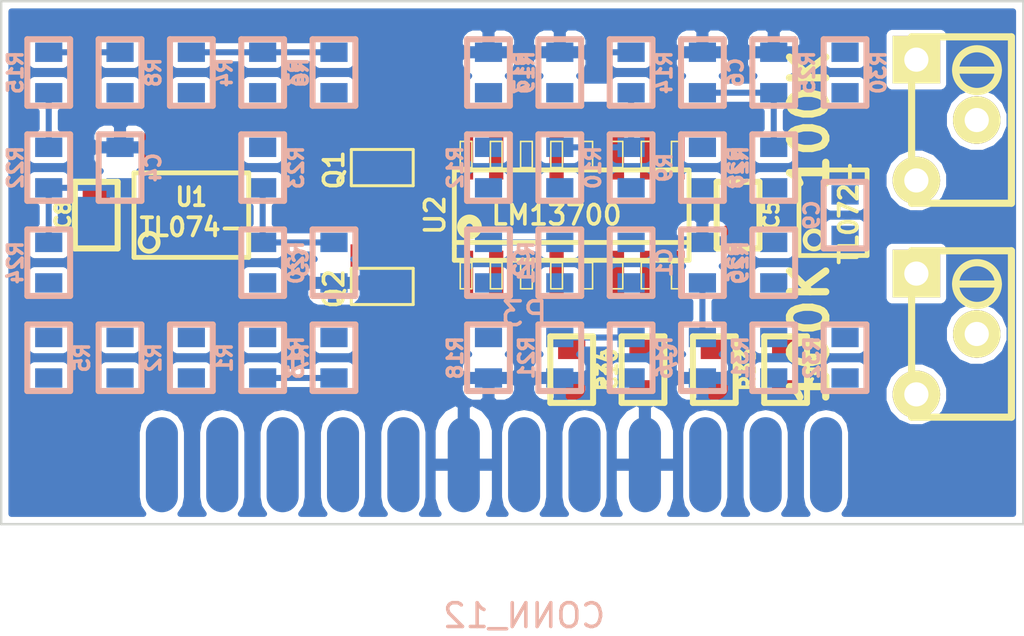
<source format=kicad_pcb>
(kicad_pcb (version 3) (host pcbnew "(2014-02-02 BZR 4653)-product")

  (general
    (links 103)
    (no_connects 77)
    (area 53.435229 100.949999 99.344575 127.8282)
    (thickness 1.6)
    (drawings 4)
    (tracks 23)
    (zones 0)
    (modules 53)
    (nets 44)
  )

  (page A3)
  (layers
    (15 F.Cu signal)
    (0 B.Cu signal)
    (16 B.Adhes user)
    (17 F.Adhes user)
    (18 B.Paste user)
    (19 F.Paste user)
    (20 B.SilkS user)
    (21 F.SilkS user)
    (22 B.Mask user)
    (23 F.Mask user)
    (24 Dwgs.User user)
    (25 Cmts.User user)
    (26 Eco1.User user)
    (27 Eco2.User user)
    (28 Edge.Cuts user)
  )

  (setup
    (last_trace_width 0.254)
    (trace_clearance 0.2032)
    (zone_clearance 0.254)
    (zone_45_only no)
    (trace_min 0.254)
    (segment_width 0.2)
    (edge_width 0.1)
    (via_size 0.889)
    (via_drill 0.381)
    (via_min_size 0.889)
    (via_min_drill 0.381)
    (uvia_size 0.508)
    (uvia_drill 0.127)
    (uvias_allowed no)
    (uvia_min_size 0.508)
    (uvia_min_drill 0.127)
    (pcb_text_width 0.3)
    (pcb_text_size 1.5 1.5)
    (mod_edge_width 0.15)
    (mod_text_size 1 1)
    (mod_text_width 0.15)
    (pad_size 1.5 1.5)
    (pad_drill 0.6)
    (pad_to_mask_clearance 0)
    (aux_axis_origin 0 0)
    (visible_elements 7FFEFF7F)
    (pcbplotparams
      (layerselection 3178497)
      (usegerberextensions true)
      (excludeedgelayer true)
      (linewidth 0.150000)
      (plotframeref false)
      (viasonmask false)
      (mode 1)
      (useauxorigin false)
      (hpglpennumber 1)
      (hpglpenspeed 20)
      (hpglpendiameter 15)
      (hpglpenoverlay 2)
      (psnegative false)
      (psa4output false)
      (plotreference true)
      (plotvalue true)
      (plotothertext true)
      (plotinvisibletext false)
      (padsonsilk false)
      (subtractmaskfromsilk false)
      (outputformat 1)
      (mirror false)
      (drillshape 1)
      (scaleselection 1)
      (outputdirectory ""))
  )

  (net 0 "")
  (net 1 +12V)
  (net 2 -12V)
  (net 3 CV1A)
  (net 4 CV1B)
  (net 5 CV2A)
  (net 6 CV2B)
  (net 7 GND)
  (net 8 IN1)
  (net 9 IN2)
  (net 10 N-000001)
  (net 11 N-0000010)
  (net 12 N-0000011)
  (net 13 N-0000012)
  (net 14 N-0000014)
  (net 15 N-000002)
  (net 16 N-0000021)
  (net 17 N-0000022)
  (net 18 N-0000023)
  (net 19 N-0000024)
  (net 20 N-0000025)
  (net 21 N-0000026)
  (net 22 N-0000027)
  (net 23 N-0000028)
  (net 24 N-0000029)
  (net 25 N-000003)
  (net 26 N-0000030)
  (net 27 N-0000032)
  (net 28 N-0000033)
  (net 29 N-0000034)
  (net 30 N-0000035)
  (net 31 N-0000036)
  (net 32 N-0000037)
  (net 33 N-0000038)
  (net 34 N-0000039)
  (net 35 N-000004)
  (net 36 N-0000040)
  (net 37 N-000005)
  (net 38 N-000006)
  (net 39 N-000007)
  (net 40 N-000008)
  (net 41 N-000009)
  (net 42 OUT1)
  (net 43 OUT2)

  (net_class Default "This is the default net class."
    (clearance 0.2032)
    (trace_width 0.254)
    (via_dia 0.889)
    (via_drill 0.381)
    (uvia_dia 0.508)
    (uvia_drill 0.127)
    (add_net "")
    (add_net +12V)
    (add_net -12V)
    (add_net CV1A)
    (add_net CV1B)
    (add_net CV2A)
    (add_net CV2B)
    (add_net GND)
    (add_net IN1)
    (add_net IN2)
    (add_net N-000001)
    (add_net N-0000010)
    (add_net N-0000011)
    (add_net N-0000012)
    (add_net N-0000014)
    (add_net N-000002)
    (add_net N-0000021)
    (add_net N-0000022)
    (add_net N-0000023)
    (add_net N-0000024)
    (add_net N-0000025)
    (add_net N-0000026)
    (add_net N-0000027)
    (add_net N-0000028)
    (add_net N-0000029)
    (add_net N-000003)
    (add_net N-0000030)
    (add_net N-0000032)
    (add_net N-0000033)
    (add_net N-0000034)
    (add_net N-0000035)
    (add_net N-0000036)
    (add_net N-0000037)
    (add_net N-0000038)
    (add_net N-0000039)
    (add_net N-000004)
    (add_net N-0000040)
    (add_net N-000005)
    (add_net N-000006)
    (add_net N-000007)
    (add_net N-000008)
    (add_net N-000009)
    (add_net OUT1)
    (add_net OUT2)
  )

  (module TSSOP8-JRL (layer F.Cu) (tedit 52EC3DDF) (tstamp 530FAD13)
    (at 89 110)
    (path /530EABE8)
    (attr smd)
    (fp_text reference U3 (at 0 -4.2) (layer F.SilkS) hide
      (effects (font (size 0.762 0.635) (thickness 0.15875)))
    )
    (fp_text value TL072- (at 0.65 -0.1 90) (layer F.SilkS)
      (effects (font (size 0.762 0.762) (thickness 0.16002)))
    )
    (fp_line (start -1.43 -1.9) (end 1.43 -1.9) (layer F.SilkS) (width 0.2))
    (fp_line (start 1.43 -1.9) (end 1.43 1.7) (layer F.SilkS) (width 0.2))
    (fp_line (start 1.43 1.7) (end -1.43 1.7) (layer F.SilkS) (width 0.2))
    (fp_line (start -1.438 1.678) (end -1.438 -1.878) (layer F.SilkS) (width 0.2))
    (fp_circle (center -0.803 1.043) (end -1.184 1.043) (layer F.SilkS) (width 0.2))
    (pad 1 smd rect (at -0.9554 2.694) (size 0.29972 1.30048) (layers F.Cu F.Paste F.Mask)
      (net 34 N-0000039))
    (pad 2 smd rect (at -0.3204 2.694) (size 0.29972 1.30048) (layers F.Cu F.Paste F.Mask)
      (net 36 N-0000040))
    (pad 3 smd rect (at 0.34 2.694) (size 0.29972 1.30048) (layers F.Cu F.Paste F.Mask)
      (net 7 GND))
    (pad 4 smd rect (at 0.975 2.694) (size 0.29972 1.30048) (layers F.Cu F.Paste F.Mask)
      (net 2 -12V))
    (pad 5 smd rect (at 0.975 -2.894) (size 0.29972 1.30048) (layers F.Cu F.Paste F.Mask)
      (net 7 GND))
    (pad 6 smd rect (at 0.3273 -2.894) (size 0.29972 1.30048) (layers F.Cu F.Paste F.Mask)
      (net 37 N-000005))
    (pad 7 smd rect (at -0.3204 -2.894) (size 0.29972 1.30048) (layers F.Cu F.Paste F.Mask)
      (net 10 N-000001))
    (pad 8 smd rect (at -0.9681 -2.894) (size 0.29972 1.30048) (layers F.Cu F.Paste F.Mask)
      (net 1 +12V))
    (model smd\smd_dil\tssop-14.wrl
      (at (xyz 0 0 0))
      (scale (xyz 1 1 1))
      (rotate (xyz 0 0 0))
    )
  )

  (module SOT23-JRL (layer F.Cu) (tedit 5281A378) (tstamp 530FAD37)
    (at 70 113 180)
    (tags SOT23)
    (path /530EAC06)
    (fp_text reference Q2 (at 1.99898 -0.09906 270) (layer F.SilkS)
      (effects (font (size 0.8128 0.8128) (thickness 0.1524)))
    )
    (fp_text value 2N3906 (at 0.0635 0 180) (layer F.SilkS) hide
      (effects (font (size 0.8128 0.8128) (thickness 0.1524)))
    )
    (fp_line (start 1.27 0.762) (end -1.3335 0.762) (layer F.SilkS) (width 0.127))
    (fp_line (start -1.3335 0.762) (end -1.3335 -0.762) (layer F.SilkS) (width 0.127))
    (fp_line (start -1.3335 -0.762) (end 1.27 -0.762) (layer F.SilkS) (width 0.127))
    (fp_line (start 1.27 -0.762) (end 1.27 0.762) (layer F.SilkS) (width 0.127))
    (pad 3 smd rect (at 0 -1.27 180) (size 0.70104 1.00076) (layers F.Cu F.Paste F.Mask)
      (net 35 N-000004))
    (pad 1 smd rect (at 0.9525 1.27 180) (size 0.70104 1.00076) (layers F.Cu F.Paste F.Mask)
      (net 41 N-000009))
    (pad 2 smd rect (at -0.9525 1.27 180) (size 0.70104 1.00076) (layers F.Cu F.Paste F.Mask)
      (net 7 GND))
    (model smd/SOT23_6.wrl
      (at (xyz 0 0 0))
      (scale (xyz 0.11 0.11 0.11))
      (rotate (xyz 0 0 -180))
    )
  )

  (module SOT23-JRL (layer F.Cu) (tedit 5281A378) (tstamp 530FAD42)
    (at 70 108 180)
    (tags SOT23)
    (path /530EC142)
    (fp_text reference Q1 (at 1.99898 -0.09906 270) (layer F.SilkS)
      (effects (font (size 0.8128 0.8128) (thickness 0.1524)))
    )
    (fp_text value 2N3906 (at 0.0635 0 180) (layer F.SilkS) hide
      (effects (font (size 0.8128 0.8128) (thickness 0.1524)))
    )
    (fp_line (start 1.27 0.762) (end -1.3335 0.762) (layer F.SilkS) (width 0.127))
    (fp_line (start -1.3335 0.762) (end -1.3335 -0.762) (layer F.SilkS) (width 0.127))
    (fp_line (start -1.3335 -0.762) (end 1.27 -0.762) (layer F.SilkS) (width 0.127))
    (fp_line (start 1.27 -0.762) (end 1.27 0.762) (layer F.SilkS) (width 0.127))
    (pad 3 smd rect (at 0 -1.27 180) (size 0.70104 1.00076) (layers F.Cu F.Paste F.Mask)
      (net 33 N-0000038))
    (pad 1 smd rect (at 0.9525 1.27 180) (size 0.70104 1.00076) (layers F.Cu F.Paste F.Mask)
      (net 23 N-0000028))
    (pad 2 smd rect (at -0.9525 1.27 180) (size 0.70104 1.00076) (layers F.Cu F.Paste F.Mask)
      (net 7 GND))
    (model smd/SOT23_6.wrl
      (at (xyz 0 0 0))
      (scale (xyz 0.11 0.11 0.11))
      (rotate (xyz 0 0 -180))
    )
  )

  (module SO16-JRL (layer F.Cu) (tedit 52805EFF) (tstamp 530FAD9E)
    (at 78 110)
    (descr "SMALL OUTLINE INTEGRATED CIRCUIT")
    (tags "SMALL OUTLINE INTEGRATED CIRCUIT")
    (path /530EAD26)
    (attr smd)
    (fp_text reference U2 (at -5.75 0 90) (layer F.SilkS)
      (effects (font (size 0.8128 0.8128) (thickness 0.1524)))
    )
    (fp_text value LM13700 (at -0.635 0) (layer F.SilkS)
      (effects (font (size 0.8128 0.8128) (thickness 0.1524)))
    )
    (fp_circle (center -4.3 0.5) (end -4.2 0.6) (layer F.SilkS) (width 0.381))
    (fp_line (start -4.68884 3.0988) (end -4.19862 3.0988) (layer F.SilkS) (width 0.06604))
    (fp_line (start -4.19862 3.0988) (end -4.19862 1.99898) (layer F.SilkS) (width 0.06604))
    (fp_line (start -4.68884 1.99898) (end -4.19862 1.99898) (layer F.SilkS) (width 0.06604))
    (fp_line (start -4.68884 3.0988) (end -4.68884 1.99898) (layer F.SilkS) (width 0.06604))
    (fp_line (start -3.41884 3.0988) (end -2.92862 3.0988) (layer F.SilkS) (width 0.06604))
    (fp_line (start -2.92862 3.0988) (end -2.92862 1.99898) (layer F.SilkS) (width 0.06604))
    (fp_line (start -3.41884 1.99898) (end -2.92862 1.99898) (layer F.SilkS) (width 0.06604))
    (fp_line (start -3.41884 3.0988) (end -3.41884 1.99898) (layer F.SilkS) (width 0.06604))
    (fp_line (start -2.14884 3.0988) (end -1.65862 3.0988) (layer F.SilkS) (width 0.06604))
    (fp_line (start -1.65862 3.0988) (end -1.65862 1.99898) (layer F.SilkS) (width 0.06604))
    (fp_line (start -2.14884 1.99898) (end -1.65862 1.99898) (layer F.SilkS) (width 0.06604))
    (fp_line (start -2.14884 3.0988) (end -2.14884 1.99898) (layer F.SilkS) (width 0.06604))
    (fp_line (start -0.87884 3.0988) (end -0.38862 3.0988) (layer F.SilkS) (width 0.06604))
    (fp_line (start -0.38862 3.0988) (end -0.38862 1.99898) (layer F.SilkS) (width 0.06604))
    (fp_line (start -0.87884 1.99898) (end -0.38862 1.99898) (layer F.SilkS) (width 0.06604))
    (fp_line (start -0.87884 3.0988) (end -0.87884 1.99898) (layer F.SilkS) (width 0.06604))
    (fp_line (start 1.65862 -1.99898) (end 2.14884 -1.99898) (layer F.SilkS) (width 0.06604))
    (fp_line (start 2.14884 -1.99898) (end 2.14884 -3.0988) (layer F.SilkS) (width 0.06604))
    (fp_line (start 1.65862 -3.0988) (end 2.14884 -3.0988) (layer F.SilkS) (width 0.06604))
    (fp_line (start 1.65862 -1.99898) (end 1.65862 -3.0988) (layer F.SilkS) (width 0.06604))
    (fp_line (start 0.38862 -1.99898) (end 0.87884 -1.99898) (layer F.SilkS) (width 0.06604))
    (fp_line (start 0.87884 -1.99898) (end 0.87884 -3.0988) (layer F.SilkS) (width 0.06604))
    (fp_line (start 0.38862 -3.0988) (end 0.87884 -3.0988) (layer F.SilkS) (width 0.06604))
    (fp_line (start 0.38862 -1.99898) (end 0.38862 -3.0988) (layer F.SilkS) (width 0.06604))
    (fp_line (start -0.87884 -1.99898) (end -0.38862 -1.99898) (layer F.SilkS) (width 0.06604))
    (fp_line (start -0.38862 -1.99898) (end -0.38862 -3.0988) (layer F.SilkS) (width 0.06604))
    (fp_line (start -0.87884 -3.0988) (end -0.38862 -3.0988) (layer F.SilkS) (width 0.06604))
    (fp_line (start -0.87884 -1.99898) (end -0.87884 -3.0988) (layer F.SilkS) (width 0.06604))
    (fp_line (start -2.14884 -1.99898) (end -1.65862 -1.99898) (layer F.SilkS) (width 0.06604))
    (fp_line (start -1.65862 -1.99898) (end -1.65862 -3.0988) (layer F.SilkS) (width 0.06604))
    (fp_line (start -2.14884 -3.0988) (end -1.65862 -3.0988) (layer F.SilkS) (width 0.06604))
    (fp_line (start -2.14884 -1.99898) (end -2.14884 -3.0988) (layer F.SilkS) (width 0.06604))
    (fp_line (start 0.38862 3.0988) (end 0.87884 3.0988) (layer F.SilkS) (width 0.06604))
    (fp_line (start 0.87884 3.0988) (end 0.87884 1.99898) (layer F.SilkS) (width 0.06604))
    (fp_line (start 0.38862 1.99898) (end 0.87884 1.99898) (layer F.SilkS) (width 0.06604))
    (fp_line (start 0.38862 3.0988) (end 0.38862 1.99898) (layer F.SilkS) (width 0.06604))
    (fp_line (start 1.65862 3.0988) (end 2.14884 3.0988) (layer F.SilkS) (width 0.06604))
    (fp_line (start 2.14884 3.0988) (end 2.14884 1.99898) (layer F.SilkS) (width 0.06604))
    (fp_line (start 1.65862 1.99898) (end 2.14884 1.99898) (layer F.SilkS) (width 0.06604))
    (fp_line (start 1.65862 3.0988) (end 1.65862 1.99898) (layer F.SilkS) (width 0.06604))
    (fp_line (start 2.92862 3.0988) (end 3.41884 3.0988) (layer F.SilkS) (width 0.06604))
    (fp_line (start 3.41884 3.0988) (end 3.41884 1.99898) (layer F.SilkS) (width 0.06604))
    (fp_line (start 2.92862 1.99898) (end 3.41884 1.99898) (layer F.SilkS) (width 0.06604))
    (fp_line (start 2.92862 3.0988) (end 2.92862 1.99898) (layer F.SilkS) (width 0.06604))
    (fp_line (start 4.19862 3.0988) (end 4.68884 3.0988) (layer F.SilkS) (width 0.06604))
    (fp_line (start 4.68884 3.0988) (end 4.68884 1.99898) (layer F.SilkS) (width 0.06604))
    (fp_line (start 4.19862 1.99898) (end 4.68884 1.99898) (layer F.SilkS) (width 0.06604))
    (fp_line (start 4.19862 3.0988) (end 4.19862 1.99898) (layer F.SilkS) (width 0.06604))
    (fp_line (start 4.19862 -1.99898) (end 4.68884 -1.99898) (layer F.SilkS) (width 0.06604))
    (fp_line (start 4.68884 -1.99898) (end 4.68884 -3.0988) (layer F.SilkS) (width 0.06604))
    (fp_line (start 4.19862 -3.0988) (end 4.68884 -3.0988) (layer F.SilkS) (width 0.06604))
    (fp_line (start 4.19862 -1.99898) (end 4.19862 -3.0988) (layer F.SilkS) (width 0.06604))
    (fp_line (start 2.92862 -1.99898) (end 3.41884 -1.99898) (layer F.SilkS) (width 0.06604))
    (fp_line (start 3.41884 -1.99898) (end 3.41884 -3.0988) (layer F.SilkS) (width 0.06604))
    (fp_line (start 2.92862 -3.0988) (end 3.41884 -3.0988) (layer F.SilkS) (width 0.06604))
    (fp_line (start 2.92862 -1.99898) (end 2.92862 -3.0988) (layer F.SilkS) (width 0.06604))
    (fp_line (start -3.41884 -1.99898) (end -2.92862 -1.99898) (layer F.SilkS) (width 0.06604))
    (fp_line (start -2.92862 -1.99898) (end -2.92862 -3.0988) (layer F.SilkS) (width 0.06604))
    (fp_line (start -3.41884 -3.0988) (end -2.92862 -3.0988) (layer F.SilkS) (width 0.06604))
    (fp_line (start -3.41884 -1.99898) (end -3.41884 -3.0988) (layer F.SilkS) (width 0.06604))
    (fp_line (start -4.68884 -1.99898) (end -4.19862 -1.99898) (layer F.SilkS) (width 0.06604))
    (fp_line (start -4.19862 -1.99898) (end -4.19862 -3.0988) (layer F.SilkS) (width 0.06604))
    (fp_line (start -4.68884 -3.0988) (end -4.19862 -3.0988) (layer F.SilkS) (width 0.06604))
    (fp_line (start -4.68884 -1.99898) (end -4.68884 -3.0988) (layer F.SilkS) (width 0.06604))
    (fp_line (start 4.93776 1.89992) (end -4.93776 1.89992) (layer F.SilkS) (width 0.2032))
    (fp_line (start -4.93776 1.89992) (end -4.93776 1.39954) (layer F.SilkS) (width 0.2032))
    (fp_line (start -4.93776 1.39954) (end -4.93776 -1.89992) (layer F.SilkS) (width 0.2032))
    (fp_line (start -4.93776 -1.89992) (end 4.93776 -1.89992) (layer F.SilkS) (width 0.2032))
    (fp_line (start 4.93776 1.14954) (end -4.93776 1.14954) (layer F.SilkS) (width 0.2032))
    (fp_line (start 4.93776 -1.89992) (end 4.93776 1.39954) (layer F.SilkS) (width 0.2032))
    (fp_line (start 4.93776 1.39954) (end 4.93776 1.89992) (layer F.SilkS) (width 0.2032))
    (pad 1 smd rect (at -4.445 2.59842) (size 0.59944 2.19964) (layers F.Cu F.Paste F.Mask)
      (net 35 N-000004))
    (pad 2 smd rect (at -3.175 2.59842) (size 0.59944 2.19964) (layers F.Cu F.Paste F.Mask))
    (pad 3 smd rect (at -1.905 2.59842) (size 0.59944 2.19964) (layers F.Cu F.Paste F.Mask)
      (net 21 N-0000026))
    (pad 4 smd rect (at -0.635 2.59842) (size 0.59944 2.19964) (layers F.Cu F.Paste F.Mask)
      (net 20 N-0000025))
    (pad 5 smd rect (at 0.635 2.59842) (size 0.59944 2.19964) (layers F.Cu F.Paste F.Mask)
      (net 16 N-0000021))
    (pad 6 smd rect (at 1.905 2.59842) (size 0.59944 2.19964) (layers F.Cu F.Paste F.Mask)
      (net 2 -12V))
    (pad 7 smd rect (at 3.175 2.59842) (size 0.59944 2.19964) (layers F.Cu F.Paste F.Mask))
    (pad 8 smd rect (at 4.445 2.59842) (size 0.59944 2.19964) (layers F.Cu F.Paste F.Mask))
    (pad 9 smd rect (at 4.445 -2.59842) (size 0.59944 2.19964) (layers F.Cu F.Paste F.Mask))
    (pad 10 smd rect (at 3.175 -2.59842) (size 0.59944 2.19964) (layers F.Cu F.Paste F.Mask))
    (pad 11 smd rect (at 1.905 -2.59842) (size 0.59944 2.19964) (layers F.Cu F.Paste F.Mask)
      (net 1 +12V))
    (pad 12 smd rect (at 0.635 -2.59842) (size 0.59944 2.19964) (layers F.Cu F.Paste F.Mask)
      (net 28 N-0000033))
    (pad 13 smd rect (at -0.635 -2.59842) (size 0.59944 2.19964) (layers F.Cu F.Paste F.Mask)
      (net 39 N-000007))
    (pad 14 smd rect (at -1.905 -2.59842) (size 0.59944 2.19964) (layers F.Cu F.Paste F.Mask)
      (net 38 N-000006))
    (pad 15 smd rect (at -3.175 -2.59842) (size 0.59944 2.19964) (layers F.Cu F.Paste F.Mask))
    (pad 16 smd rect (at -4.445 -2.59842) (size 0.59944 2.19964) (layers F.Cu F.Paste F.Mask)
      (net 33 N-0000038))
  )

  (module SM0603-JRL (layer B.Cu) (tedit 528C3246) (tstamp 5310090E)
    (at 77.5 108 90)
    (path /530EC17E)
    (attr smd)
    (fp_text reference R10 (at 0 1.4 90) (layer B.SilkS)
      (effects (font (size 0.6096 0.6096) (thickness 0.1524)) (justify mirror))
    )
    (fp_text value 2.2M (at 0 0 90) (layer B.SilkS) hide
      (effects (font (size 0.508 0.4572) (thickness 0.1143)) (justify mirror))
    )
    (fp_line (start -1.4 -0.9) (end 1.4 -0.9) (layer B.SilkS) (width 0.254))
    (fp_line (start 1.4 -0.9) (end 1.4 0.9) (layer B.SilkS) (width 0.254))
    (fp_line (start 1.4 0.9) (end -1.4 0.9) (layer B.SilkS) (width 0.254))
    (fp_line (start -1.4 0.9) (end -1.4 -0.9) (layer B.SilkS) (width 0.254))
    (pad 1 smd rect (at -0.8509 0 90) (size 0.8128 1.143) (layers B.Cu B.Paste B.Mask)
      (net 29 N-0000034))
    (pad 2 smd rect (at 0.8509 0 90) (size 0.8128 1.143) (layers B.Cu B.Paste B.Mask)
      (net 30 N-0000035))
    (model smd\resistors\R0603.wrl
      (at (xyz 0 0 0.001))
      (scale (xyz 0.5 0.5 0.5))
      (rotate (xyz 0 0 0))
    )
  )

  (module SM0603-JRL (layer B.Cu) (tedit 528C3246) (tstamp 530FB388)
    (at 65 112 90)
    (path /530EC203)
    (attr smd)
    (fp_text reference R20 (at 0 1.4 90) (layer B.SilkS)
      (effects (font (size 0.6096 0.6096) (thickness 0.1524)) (justify mirror))
    )
    (fp_text value 10K (at 0 0 90) (layer B.SilkS) hide
      (effects (font (size 0.508 0.4572) (thickness 0.1143)) (justify mirror))
    )
    (fp_line (start -1.4 -0.9) (end 1.4 -0.9) (layer B.SilkS) (width 0.254))
    (fp_line (start 1.4 -0.9) (end 1.4 0.9) (layer B.SilkS) (width 0.254))
    (fp_line (start 1.4 0.9) (end -1.4 0.9) (layer B.SilkS) (width 0.254))
    (fp_line (start -1.4 0.9) (end -1.4 -0.9) (layer B.SilkS) (width 0.254))
    (pad 1 smd rect (at -0.8509 0 90) (size 0.8128 1.143) (layers B.Cu B.Paste B.Mask)
      (net 32 N-0000037))
    (pad 2 smd rect (at 0.8509 0 90) (size 0.8128 1.143) (layers B.Cu B.Paste B.Mask)
      (net 22 N-0000027))
    (model smd\resistors\R0603.wrl
      (at (xyz 0 0 0.001))
      (scale (xyz 0.5 0.5 0.5))
      (rotate (xyz 0 0 0))
    )
  )

  (module SM0603-JRL (layer B.Cu) (tedit 528C3246) (tstamp 530FADBC)
    (at 68 112 270)
    (path /530EC1F6)
    (attr smd)
    (fp_text reference C3 (at 0 1.4 270) (layer B.SilkS)
      (effects (font (size 0.6096 0.6096) (thickness 0.1524)) (justify mirror))
    )
    (fp_text value 0.1μ (at 0 0 270) (layer B.SilkS) hide
      (effects (font (size 0.508 0.4572) (thickness 0.1143)) (justify mirror))
    )
    (fp_line (start -1.4 -0.9) (end 1.4 -0.9) (layer B.SilkS) (width 0.254))
    (fp_line (start 1.4 -0.9) (end 1.4 0.9) (layer B.SilkS) (width 0.254))
    (fp_line (start 1.4 0.9) (end -1.4 0.9) (layer B.SilkS) (width 0.254))
    (fp_line (start -1.4 0.9) (end -1.4 -0.9) (layer B.SilkS) (width 0.254))
    (pad 1 smd rect (at -0.8509 0 270) (size 0.8128 1.143) (layers B.Cu B.Paste B.Mask)
      (net 22 N-0000027))
    (pad 2 smd rect (at 0.8509 0 270) (size 0.8128 1.143) (layers B.Cu B.Paste B.Mask)
      (net 7 GND))
    (model smd\resistors\R0603.wrl
      (at (xyz 0 0 0.001))
      (scale (xyz 0.5 0.5 0.5))
      (rotate (xyz 0 0 0))
    )
  )

  (module SM0603-JRL (layer B.Cu) (tedit 528C3246) (tstamp 530FADC6)
    (at 65 108 90)
    (path /530EC1F0)
    (attr smd)
    (fp_text reference R23 (at 0 1.4 90) (layer B.SilkS)
      (effects (font (size 0.6096 0.6096) (thickness 0.1524)) (justify mirror))
    )
    (fp_text value 22K (at 0 0 90) (layer B.SilkS) hide
      (effects (font (size 0.508 0.4572) (thickness 0.1143)) (justify mirror))
    )
    (fp_line (start -1.4 -0.9) (end 1.4 -0.9) (layer B.SilkS) (width 0.254))
    (fp_line (start 1.4 -0.9) (end 1.4 0.9) (layer B.SilkS) (width 0.254))
    (fp_line (start 1.4 0.9) (end -1.4 0.9) (layer B.SilkS) (width 0.254))
    (fp_line (start -1.4 0.9) (end -1.4 -0.9) (layer B.SilkS) (width 0.254))
    (pad 1 smd rect (at -0.8509 0 90) (size 0.8128 1.143) (layers B.Cu B.Paste B.Mask)
      (net 22 N-0000027))
    (pad 2 smd rect (at 0.8509 0 90) (size 0.8128 1.143) (layers B.Cu B.Paste B.Mask)
      (net 23 N-0000028))
    (model smd\resistors\R0603.wrl
      (at (xyz 0 0 0.001))
      (scale (xyz 0.5 0.5 0.5))
      (rotate (xyz 0 0 0))
    )
  )

  (module SM0603-JRL (layer B.Cu) (tedit 528C3246) (tstamp 530FADD0)
    (at 86.5 116 270)
    (path /530EC1E0)
    (attr smd)
    (fp_text reference R31 (at 0 1.4 270) (layer B.SilkS)
      (effects (font (size 0.6096 0.6096) (thickness 0.1524)) (justify mirror))
    )
    (fp_text value 1K (at 0 0 270) (layer B.SilkS) hide
      (effects (font (size 0.508 0.4572) (thickness 0.1143)) (justify mirror))
    )
    (fp_line (start -1.4 -0.9) (end 1.4 -0.9) (layer B.SilkS) (width 0.254))
    (fp_line (start 1.4 -0.9) (end 1.4 0.9) (layer B.SilkS) (width 0.254))
    (fp_line (start 1.4 0.9) (end -1.4 0.9) (layer B.SilkS) (width 0.254))
    (fp_line (start -1.4 0.9) (end -1.4 -0.9) (layer B.SilkS) (width 0.254))
    (pad 1 smd rect (at -0.8509 0 270) (size 0.8128 1.143) (layers B.Cu B.Paste B.Mask)
      (net 34 N-0000039))
    (pad 2 smd rect (at 0.8509 0 270) (size 0.8128 1.143) (layers B.Cu B.Paste B.Mask)
      (net 42 OUT1))
    (model smd\resistors\R0603.wrl
      (at (xyz 0 0 0.001))
      (scale (xyz 0.5 0.5 0.5))
      (rotate (xyz 0 0 0))
    )
  )

  (module SM0603-JRL (layer B.Cu) (tedit 528C3246) (tstamp 530FADDA)
    (at 86.5 112 270)
    (path /530EC1CB)
    (attr smd)
    (fp_text reference R29 (at 0 1.4 270) (layer B.SilkS)
      (effects (font (size 0.6096 0.6096) (thickness 0.1524)) (justify mirror))
    )
    (fp_text value 100K (at 0 0 270) (layer B.SilkS) hide
      (effects (font (size 0.508 0.4572) (thickness 0.1143)) (justify mirror))
    )
    (fp_line (start -1.4 -0.9) (end 1.4 -0.9) (layer B.SilkS) (width 0.254))
    (fp_line (start 1.4 -0.9) (end 1.4 0.9) (layer B.SilkS) (width 0.254))
    (fp_line (start 1.4 0.9) (end -1.4 0.9) (layer B.SilkS) (width 0.254))
    (fp_line (start -1.4 0.9) (end -1.4 -0.9) (layer B.SilkS) (width 0.254))
    (pad 1 smd rect (at -0.8509 0 270) (size 0.8128 1.143) (layers B.Cu B.Paste B.Mask)
      (net 36 N-0000040))
    (pad 2 smd rect (at 0.8509 0 270) (size 0.8128 1.143) (layers B.Cu B.Paste B.Mask)
      (net 34 N-0000039))
    (model smd\resistors\R0603.wrl
      (at (xyz 0 0 0.001))
      (scale (xyz 0.5 0.5 0.5))
      (rotate (xyz 0 0 0))
    )
  )

  (module SM0603-JRL (layer B.Cu) (tedit 528C3246) (tstamp 530FADE4)
    (at 86.5 104 90)
    (path /530EC1B5)
    (attr smd)
    (fp_text reference R25 (at 0 1.4 90) (layer B.SilkS)
      (effects (font (size 0.6096 0.6096) (thickness 0.1524)) (justify mirror))
    )
    (fp_text value 47K (at 0 0 90) (layer B.SilkS) hide
      (effects (font (size 0.508 0.4572) (thickness 0.1143)) (justify mirror))
    )
    (fp_line (start -1.4 -0.9) (end 1.4 -0.9) (layer B.SilkS) (width 0.254))
    (fp_line (start 1.4 -0.9) (end 1.4 0.9) (layer B.SilkS) (width 0.254))
    (fp_line (start 1.4 0.9) (end -1.4 0.9) (layer B.SilkS) (width 0.254))
    (fp_line (start -1.4 0.9) (end -1.4 -0.9) (layer B.SilkS) (width 0.254))
    (pad 1 smd rect (at -0.8509 0 90) (size 0.8128 1.143) (layers B.Cu B.Paste B.Mask)
      (net 28 N-0000033))
    (pad 2 smd rect (at 0.8509 0 90) (size 0.8128 1.143) (layers B.Cu B.Paste B.Mask)
      (net 7 GND))
    (model smd\resistors\R0603.wrl
      (at (xyz 0 0 0.001))
      (scale (xyz 0.5 0.5 0.5))
      (rotate (xyz 0 0 0))
    )
  )

  (module SM0603-JRL (layer B.Cu) (tedit 528C3246) (tstamp 530FADEE)
    (at 83.5 104 90)
    (path /530EC1AF)
    (attr smd)
    (fp_text reference C6 (at 0 1.4 90) (layer B.SilkS)
      (effects (font (size 0.6096 0.6096) (thickness 0.1524)) (justify mirror))
    )
    (fp_text value 47p (at 0 0 90) (layer B.SilkS) hide
      (effects (font (size 0.508 0.4572) (thickness 0.1143)) (justify mirror))
    )
    (fp_line (start -1.4 -0.9) (end 1.4 -0.9) (layer B.SilkS) (width 0.254))
    (fp_line (start 1.4 -0.9) (end 1.4 0.9) (layer B.SilkS) (width 0.254))
    (fp_line (start 1.4 0.9) (end -1.4 0.9) (layer B.SilkS) (width 0.254))
    (fp_line (start -1.4 0.9) (end -1.4 -0.9) (layer B.SilkS) (width 0.254))
    (pad 1 smd rect (at -0.8509 0 90) (size 0.8128 1.143) (layers B.Cu B.Paste B.Mask)
      (net 28 N-0000033))
    (pad 2 smd rect (at 0.8509 0 90) (size 0.8128 1.143) (layers B.Cu B.Paste B.Mask)
      (net 7 GND))
    (model smd\resistors\R0603.wrl
      (at (xyz 0 0 0.001))
      (scale (xyz 0.5 0.5 0.5))
      (rotate (xyz 0 0 0))
    )
  )

  (module SM0603-JRL (layer B.Cu) (tedit 528C3246) (tstamp 530FADF8)
    (at 86.5 108 270)
    (path /530EC19C)
    (attr smd)
    (fp_text reference R27 (at 0 1.4 270) (layer B.SilkS)
      (effects (font (size 0.6096 0.6096) (thickness 0.1524)) (justify mirror))
    )
    (fp_text value 100K (at 0 0 270) (layer B.SilkS) hide
      (effects (font (size 0.508 0.4572) (thickness 0.1143)) (justify mirror))
    )
    (fp_line (start -1.4 -0.9) (end 1.4 -0.9) (layer B.SilkS) (width 0.254))
    (fp_line (start 1.4 -0.9) (end 1.4 0.9) (layer B.SilkS) (width 0.254))
    (fp_line (start 1.4 0.9) (end -1.4 0.9) (layer B.SilkS) (width 0.254))
    (fp_line (start -1.4 0.9) (end -1.4 -0.9) (layer B.SilkS) (width 0.254))
    (pad 1 smd rect (at -0.8509 0 270) (size 0.8128 1.143) (layers B.Cu B.Paste B.Mask)
      (net 28 N-0000033))
    (pad 2 smd rect (at 0.8509 0 270) (size 0.8128 1.143) (layers B.Cu B.Paste B.Mask)
      (net 36 N-0000040))
    (model smd\resistors\R0603.wrl
      (at (xyz 0 0 0.001))
      (scale (xyz 0.5 0.5 0.5))
      (rotate (xyz 0 0 0))
    )
  )

  (module SM0603-JRL (layer B.Cu) (tedit 528C3246) (tstamp 530FAE02)
    (at 56 116 90)
    (path /530EC247)
    (attr smd)
    (fp_text reference R5 (at 0 1.4 90) (layer B.SilkS)
      (effects (font (size 0.6096 0.6096) (thickness 0.1524)) (justify mirror))
    )
    (fp_text value 100K (at 0 0 90) (layer B.SilkS) hide
      (effects (font (size 0.508 0.4572) (thickness 0.1143)) (justify mirror))
    )
    (fp_line (start -1.4 -0.9) (end 1.4 -0.9) (layer B.SilkS) (width 0.254))
    (fp_line (start 1.4 -0.9) (end 1.4 0.9) (layer B.SilkS) (width 0.254))
    (fp_line (start 1.4 0.9) (end -1.4 0.9) (layer B.SilkS) (width 0.254))
    (fp_line (start -1.4 0.9) (end -1.4 -0.9) (layer B.SilkS) (width 0.254))
    (pad 1 smd rect (at -0.8509 0 90) (size 0.8128 1.143) (layers B.Cu B.Paste B.Mask)
      (net 24 N-0000029))
    (pad 2 smd rect (at 0.8509 0 90) (size 0.8128 1.143) (layers B.Cu B.Paste B.Mask)
      (net 26 N-0000030))
    (model smd\resistors\R0603.wrl
      (at (xyz 0 0 0.001))
      (scale (xyz 0.5 0.5 0.5))
      (rotate (xyz 0 0 0))
    )
  )

  (module SM0603-JRL (layer B.Cu) (tedit 528C3246) (tstamp 530FAE0C)
    (at 80.5 108 90)
    (path /530EC16B)
    (attr smd)
    (fp_text reference R9 (at 0 1.4 90) (layer B.SilkS)
      (effects (font (size 0.6096 0.6096) (thickness 0.1524)) (justify mirror))
    )
    (fp_text value 82K (at 0 0 90) (layer B.SilkS) hide
      (effects (font (size 0.508 0.4572) (thickness 0.1143)) (justify mirror))
    )
    (fp_line (start -1.4 -0.9) (end 1.4 -0.9) (layer B.SilkS) (width 0.254))
    (fp_line (start 1.4 -0.9) (end 1.4 0.9) (layer B.SilkS) (width 0.254))
    (fp_line (start 1.4 0.9) (end -1.4 0.9) (layer B.SilkS) (width 0.254))
    (fp_line (start -1.4 0.9) (end -1.4 -0.9) (layer B.SilkS) (width 0.254))
    (pad 1 smd rect (at -0.8509 0 90) (size 0.8128 1.143) (layers B.Cu B.Paste B.Mask)
      (net 27 N-0000032))
    (pad 2 smd rect (at 0.8509 0 90) (size 0.8128 1.143) (layers B.Cu B.Paste B.Mask)
      (net 30 N-0000035))
    (model smd\resistors\R0603.wrl
      (at (xyz 0 0 0.001))
      (scale (xyz 0.5 0.5 0.5))
      (rotate (xyz 0 0 0))
    )
  )

  (module SM0603-JRL (layer B.Cu) (tedit 528C3246) (tstamp 530FAE16)
    (at 80.5 104 90)
    (path /530EC164)
    (attr smd)
    (fp_text reference R14 (at 0 1.4 90) (layer B.SilkS)
      (effects (font (size 0.6096 0.6096) (thickness 0.1524)) (justify mirror))
    )
    (fp_text value 4.7K (at 0 0 90) (layer B.SilkS) hide
      (effects (font (size 0.508 0.4572) (thickness 0.1143)) (justify mirror))
    )
    (fp_line (start -1.4 -0.9) (end 1.4 -0.9) (layer B.SilkS) (width 0.254))
    (fp_line (start 1.4 -0.9) (end 1.4 0.9) (layer B.SilkS) (width 0.254))
    (fp_line (start 1.4 0.9) (end -1.4 0.9) (layer B.SilkS) (width 0.254))
    (fp_line (start -1.4 0.9) (end -1.4 -0.9) (layer B.SilkS) (width 0.254))
    (pad 1 smd rect (at -0.8509 0 90) (size 0.8128 1.143) (layers B.Cu B.Paste B.Mask)
      (net 30 N-0000035))
    (pad 2 smd rect (at 0.8509 0 90) (size 0.8128 1.143) (layers B.Cu B.Paste B.Mask)
      (net 39 N-000007))
    (model smd\resistors\R0603.wrl
      (at (xyz 0 0 0.001))
      (scale (xyz 0.5 0.5 0.5))
      (rotate (xyz 0 0 0))
    )
  )

  (module SM0603-JRL (layer B.Cu) (tedit 528C3246) (tstamp 530FAE20)
    (at 65 116 90)
    (path /530EC20A)
    (attr smd)
    (fp_text reference R13 (at 0 1.4 90) (layer B.SilkS)
      (effects (font (size 0.6096 0.6096) (thickness 0.1524)) (justify mirror))
    )
    (fp_text value 100K (at 0 0 90) (layer B.SilkS) hide
      (effects (font (size 0.508 0.4572) (thickness 0.1143)) (justify mirror))
    )
    (fp_line (start -1.4 -0.9) (end 1.4 -0.9) (layer B.SilkS) (width 0.254))
    (fp_line (start 1.4 -0.9) (end 1.4 0.9) (layer B.SilkS) (width 0.254))
    (fp_line (start 1.4 0.9) (end -1.4 0.9) (layer B.SilkS) (width 0.254))
    (fp_line (start -1.4 0.9) (end -1.4 -0.9) (layer B.SilkS) (width 0.254))
    (pad 1 smd rect (at -0.8509 0 90) (size 0.8128 1.143) (layers B.Cu B.Paste B.Mask)
      (net 31 N-0000036))
    (pad 2 smd rect (at 0.8509 0 90) (size 0.8128 1.143) (layers B.Cu B.Paste B.Mask)
      (net 32 N-0000037))
    (model smd\resistors\R0603.wrl
      (at (xyz 0 0 0.001))
      (scale (xyz 0.5 0.5 0.5))
      (rotate (xyz 0 0 0))
    )
  )

  (module SM0603-JRL (layer B.Cu) (tedit 528C3246) (tstamp 530FAE2A)
    (at 68 116 270)
    (path /530EC21E)
    (attr smd)
    (fp_text reference R7 (at 0 1.4 270) (layer B.SilkS)
      (effects (font (size 0.6096 0.6096) (thickness 0.1524)) (justify mirror))
    )
    (fp_text value 100K (at 0 0 270) (layer B.SilkS) hide
      (effects (font (size 0.508 0.4572) (thickness 0.1143)) (justify mirror))
    )
    (fp_line (start -1.4 -0.9) (end 1.4 -0.9) (layer B.SilkS) (width 0.254))
    (fp_line (start 1.4 -0.9) (end 1.4 0.9) (layer B.SilkS) (width 0.254))
    (fp_line (start 1.4 0.9) (end -1.4 0.9) (layer B.SilkS) (width 0.254))
    (fp_line (start -1.4 0.9) (end -1.4 -0.9) (layer B.SilkS) (width 0.254))
    (pad 1 smd rect (at -0.8509 0 270) (size 0.8128 1.143) (layers B.Cu B.Paste B.Mask)
      (net 26 N-0000030))
    (pad 2 smd rect (at 0.8509 0 270) (size 0.8128 1.143) (layers B.Cu B.Paste B.Mask)
      (net 31 N-0000036))
    (model smd\resistors\R0603.wrl
      (at (xyz 0 0 0.001))
      (scale (xyz 0.5 0.5 0.5))
      (rotate (xyz 0 0 0))
    )
  )

  (module SM0603-JRL (layer F.Cu) (tedit 528C3246) (tstamp 530FAE34)
    (at 85 110 270)
    (path /530F92AF)
    (attr smd)
    (fp_text reference C5 (at 0 -1.4 270) (layer F.SilkS)
      (effects (font (size 0.6096 0.6096) (thickness 0.1524)))
    )
    (fp_text value 100n (at 0 0 270) (layer F.SilkS) hide
      (effects (font (size 0.508 0.4572) (thickness 0.1143)))
    )
    (fp_line (start -1.4 0.9) (end 1.4 0.9) (layer F.SilkS) (width 0.254))
    (fp_line (start 1.4 0.9) (end 1.4 -0.9) (layer F.SilkS) (width 0.254))
    (fp_line (start 1.4 -0.9) (end -1.4 -0.9) (layer F.SilkS) (width 0.254))
    (fp_line (start -1.4 -0.9) (end -1.4 0.9) (layer F.SilkS) (width 0.254))
    (pad 1 smd rect (at -0.8509 0 270) (size 0.8128 1.143) (layers F.Cu F.Paste F.Mask)
      (net 1 +12V))
    (pad 2 smd rect (at 0.8509 0 270) (size 0.8128 1.143) (layers F.Cu F.Paste F.Mask)
      (net 2 -12V))
    (model smd\resistors\R0603.wrl
      (at (xyz 0 0 0.001))
      (scale (xyz 0.5 0.5 0.5))
      (rotate (xyz 0 0 0))
    )
  )

  (module SM0603-JRL (layer B.Cu) (tedit 528C3246) (tstamp 530FAE3E)
    (at 62 116 90)
    (path /530EC24D)
    (attr smd)
    (fp_text reference R1 (at 0 1.4 90) (layer B.SilkS)
      (effects (font (size 0.6096 0.6096) (thickness 0.1524)) (justify mirror))
    )
    (fp_text value 100K (at 0 0 90) (layer B.SilkS) hide
      (effects (font (size 0.508 0.4572) (thickness 0.1143)) (justify mirror))
    )
    (fp_line (start -1.4 -0.9) (end 1.4 -0.9) (layer B.SilkS) (width 0.254))
    (fp_line (start 1.4 -0.9) (end 1.4 0.9) (layer B.SilkS) (width 0.254))
    (fp_line (start 1.4 0.9) (end -1.4 0.9) (layer B.SilkS) (width 0.254))
    (fp_line (start -1.4 0.9) (end -1.4 -0.9) (layer B.SilkS) (width 0.254))
    (pad 1 smd rect (at -0.8509 0 90) (size 0.8128 1.143) (layers B.Cu B.Paste B.Mask)
      (net 3 CV1A))
    (pad 2 smd rect (at 0.8509 0 90) (size 0.8128 1.143) (layers B.Cu B.Paste B.Mask)
      (net 24 N-0000029))
    (model smd\resistors\R0603.wrl
      (at (xyz 0 0 0.001))
      (scale (xyz 0.5 0.5 0.5))
      (rotate (xyz 0 0 0))
    )
  )

  (module SM0603-JRL (layer B.Cu) (tedit 528C3246) (tstamp 530FAE48)
    (at 59 116 90)
    (path /530EC253)
    (attr smd)
    (fp_text reference R2 (at 0 1.4 90) (layer B.SilkS)
      (effects (font (size 0.6096 0.6096) (thickness 0.1524)) (justify mirror))
    )
    (fp_text value 100K (at 0 0 90) (layer B.SilkS) hide
      (effects (font (size 0.508 0.4572) (thickness 0.1143)) (justify mirror))
    )
    (fp_line (start -1.4 -0.9) (end 1.4 -0.9) (layer B.SilkS) (width 0.254))
    (fp_line (start 1.4 -0.9) (end 1.4 0.9) (layer B.SilkS) (width 0.254))
    (fp_line (start 1.4 0.9) (end -1.4 0.9) (layer B.SilkS) (width 0.254))
    (fp_line (start -1.4 0.9) (end -1.4 -0.9) (layer B.SilkS) (width 0.254))
    (pad 1 smd rect (at -0.8509 0 90) (size 0.8128 1.143) (layers B.Cu B.Paste B.Mask)
      (net 4 CV1B))
    (pad 2 smd rect (at 0.8509 0 90) (size 0.8128 1.143) (layers B.Cu B.Paste B.Mask)
      (net 24 N-0000029))
    (model smd\resistors\R0603.wrl
      (at (xyz 0 0 0.001))
      (scale (xyz 0.5 0.5 0.5))
      (rotate (xyz 0 0 0))
    )
  )

  (module SM0603-JRL (layer F.Cu) (tedit 528C3246) (tstamp 530FAE52)
    (at 81 116.5 90)
    (path /530F7FD7)
    (attr smd)
    (fp_text reference C10 (at 0 -1.4 90) (layer F.SilkS)
      (effects (font (size 0.6096 0.6096) (thickness 0.1524)))
    )
    (fp_text value 1μ (at 0 0 90) (layer F.SilkS) hide
      (effects (font (size 0.508 0.4572) (thickness 0.1143)))
    )
    (fp_line (start -1.4 0.9) (end 1.4 0.9) (layer F.SilkS) (width 0.254))
    (fp_line (start 1.4 0.9) (end 1.4 -0.9) (layer F.SilkS) (width 0.254))
    (fp_line (start 1.4 -0.9) (end -1.4 -0.9) (layer F.SilkS) (width 0.254))
    (fp_line (start -1.4 -0.9) (end -1.4 0.9) (layer F.SilkS) (width 0.254))
    (pad 1 smd rect (at -0.8509 0 90) (size 0.8128 1.143) (layers F.Cu F.Paste F.Mask)
      (net 7 GND))
    (pad 2 smd rect (at 0.8509 0 90) (size 0.8128 1.143) (layers F.Cu F.Paste F.Mask)
      (net 2 -12V))
    (model smd\resistors\R0603.wrl
      (at (xyz 0 0 0.001))
      (scale (xyz 0.5 0.5 0.5))
      (rotate (xyz 0 0 0))
    )
  )

  (module SM0603-JRL (layer F.Cu) (tedit 528C3246) (tstamp 53100C05)
    (at 87 116.5 270)
    (path /530F7FED)
    (attr smd)
    (fp_text reference C11 (at 0 -1.4 270) (layer F.SilkS)
      (effects (font (size 0.6096 0.6096) (thickness 0.1524)))
    )
    (fp_text value 1μ (at 0 0 270) (layer F.SilkS) hide
      (effects (font (size 0.508 0.4572) (thickness 0.1143)))
    )
    (fp_line (start -1.4 0.9) (end 1.4 0.9) (layer F.SilkS) (width 0.254))
    (fp_line (start 1.4 0.9) (end 1.4 -0.9) (layer F.SilkS) (width 0.254))
    (fp_line (start 1.4 -0.9) (end -1.4 -0.9) (layer F.SilkS) (width 0.254))
    (fp_line (start -1.4 -0.9) (end -1.4 0.9) (layer F.SilkS) (width 0.254))
    (pad 1 smd rect (at -0.8509 0 270) (size 0.8128 1.143) (layers F.Cu F.Paste F.Mask)
      (net 1 +12V))
    (pad 2 smd rect (at 0.8509 0 270) (size 0.8128 1.143) (layers F.Cu F.Paste F.Mask)
      (net 7 GND))
    (model smd\resistors\R0603.wrl
      (at (xyz 0 0 0.001))
      (scale (xyz 0.5 0.5 0.5))
      (rotate (xyz 0 0 0))
    )
  )

  (module SM0603-JRL (layer F.Cu) (tedit 528C3246) (tstamp 530FAE66)
    (at 84 116.5 270)
    (path /530F8387)
    (attr smd)
    (fp_text reference R33 (at 0 -1.4 270) (layer F.SilkS)
      (effects (font (size 0.6096 0.6096) (thickness 0.1524)))
    )
    (fp_text value 10 (at 0 0 270) (layer F.SilkS) hide
      (effects (font (size 0.508 0.4572) (thickness 0.1143)))
    )
    (fp_line (start -1.4 0.9) (end 1.4 0.9) (layer F.SilkS) (width 0.254))
    (fp_line (start 1.4 0.9) (end 1.4 -0.9) (layer F.SilkS) (width 0.254))
    (fp_line (start 1.4 -0.9) (end -1.4 -0.9) (layer F.SilkS) (width 0.254))
    (fp_line (start -1.4 -0.9) (end -1.4 0.9) (layer F.SilkS) (width 0.254))
    (pad 1 smd rect (at -0.8509 0 270) (size 0.8128 1.143) (layers F.Cu F.Paste F.Mask)
      (net 1 +12V))
    (pad 2 smd rect (at 0.8509 0 270) (size 0.8128 1.143) (layers F.Cu F.Paste F.Mask)
      (net 14 N-0000014))
    (model smd\resistors\R0603.wrl
      (at (xyz 0 0 0.001))
      (scale (xyz 0.5 0.5 0.5))
      (rotate (xyz 0 0 0))
    )
  )

  (module SM0603-JRL (layer F.Cu) (tedit 528C3246) (tstamp 530FAE70)
    (at 78 116.5 270)
    (path /530F842A)
    (attr smd)
    (fp_text reference R34 (at 0 -1.4 270) (layer F.SilkS)
      (effects (font (size 0.6096 0.6096) (thickness 0.1524)))
    )
    (fp_text value 10 (at 0 0 270) (layer F.SilkS) hide
      (effects (font (size 0.508 0.4572) (thickness 0.1143)))
    )
    (fp_line (start -1.4 0.9) (end 1.4 0.9) (layer F.SilkS) (width 0.254))
    (fp_line (start 1.4 0.9) (end 1.4 -0.9) (layer F.SilkS) (width 0.254))
    (fp_line (start 1.4 -0.9) (end -1.4 -0.9) (layer F.SilkS) (width 0.254))
    (fp_line (start -1.4 -0.9) (end -1.4 0.9) (layer F.SilkS) (width 0.254))
    (pad 1 smd rect (at -0.8509 0 270) (size 0.8128 1.143) (layers F.Cu F.Paste F.Mask)
      (net 2 -12V))
    (pad 2 smd rect (at 0.8509 0 270) (size 0.8128 1.143) (layers F.Cu F.Paste F.Mask)
      (net 13 N-0000012))
    (model smd\resistors\R0603.wrl
      (at (xyz 0 0 0.001))
      (scale (xyz 0.5 0.5 0.5))
      (rotate (xyz 0 0 0))
    )
  )

  (module SM0603-JRL (layer B.Cu) (tedit 528C3246) (tstamp 530FAE7A)
    (at 89.5 110 270)
    (path /530F92A0)
    (attr smd)
    (fp_text reference C9 (at 0 1.4 270) (layer B.SilkS)
      (effects (font (size 0.6096 0.6096) (thickness 0.1524)) (justify mirror))
    )
    (fp_text value 100n (at 0 0 270) (layer B.SilkS) hide
      (effects (font (size 0.508 0.4572) (thickness 0.1143)) (justify mirror))
    )
    (fp_line (start -1.4 -0.9) (end 1.4 -0.9) (layer B.SilkS) (width 0.254))
    (fp_line (start 1.4 -0.9) (end 1.4 0.9) (layer B.SilkS) (width 0.254))
    (fp_line (start 1.4 0.9) (end -1.4 0.9) (layer B.SilkS) (width 0.254))
    (fp_line (start -1.4 0.9) (end -1.4 -0.9) (layer B.SilkS) (width 0.254))
    (pad 1 smd rect (at -0.8509 0 270) (size 0.8128 1.143) (layers B.Cu B.Paste B.Mask)
      (net 1 +12V))
    (pad 2 smd rect (at 0.8509 0 270) (size 0.8128 1.143) (layers B.Cu B.Paste B.Mask)
      (net 2 -12V))
    (model smd\resistors\R0603.wrl
      (at (xyz 0 0 0.001))
      (scale (xyz 0.5 0.5 0.5))
      (rotate (xyz 0 0 0))
    )
  )

  (module SM0603-JRL (layer F.Cu) (tedit 528C3246) (tstamp 530FAE84)
    (at 58 110 90)
    (path /530F92A9)
    (attr smd)
    (fp_text reference C8 (at 0 -1.4 90) (layer F.SilkS)
      (effects (font (size 0.6096 0.6096) (thickness 0.1524)))
    )
    (fp_text value 100n (at 0 0 90) (layer F.SilkS) hide
      (effects (font (size 0.508 0.4572) (thickness 0.1143)))
    )
    (fp_line (start -1.4 0.9) (end 1.4 0.9) (layer F.SilkS) (width 0.254))
    (fp_line (start 1.4 0.9) (end 1.4 -0.9) (layer F.SilkS) (width 0.254))
    (fp_line (start 1.4 -0.9) (end -1.4 -0.9) (layer F.SilkS) (width 0.254))
    (fp_line (start -1.4 -0.9) (end -1.4 0.9) (layer F.SilkS) (width 0.254))
    (pad 1 smd rect (at -0.8509 0 90) (size 0.8128 1.143) (layers F.Cu F.Paste F.Mask)
      (net 1 +12V))
    (pad 2 smd rect (at 0.8509 0 90) (size 0.8128 1.143) (layers F.Cu F.Paste F.Mask)
      (net 2 -12V))
    (model smd\resistors\R0603.wrl
      (at (xyz 0 0 0.001))
      (scale (xyz 0.5 0.5 0.5))
      (rotate (xyz 0 0 0))
    )
  )

  (module SM0603-JRL (layer B.Cu) (tedit 528C3246) (tstamp 530FAE8E)
    (at 74.5 112 90)
    (path /530EABAC)
    (attr smd)
    (fp_text reference C2 (at 0 1.4 90) (layer B.SilkS)
      (effects (font (size 0.6096 0.6096) (thickness 0.1524)) (justify mirror))
    )
    (fp_text value 1μ (at 0 0 90) (layer B.SilkS) hide
      (effects (font (size 0.508 0.4572) (thickness 0.1143)) (justify mirror))
    )
    (fp_line (start -1.4 -0.9) (end 1.4 -0.9) (layer B.SilkS) (width 0.254))
    (fp_line (start 1.4 -0.9) (end 1.4 0.9) (layer B.SilkS) (width 0.254))
    (fp_line (start 1.4 0.9) (end -1.4 0.9) (layer B.SilkS) (width 0.254))
    (fp_line (start -1.4 0.9) (end -1.4 -0.9) (layer B.SilkS) (width 0.254))
    (pad 1 smd rect (at -0.8509 0 90) (size 0.8128 1.143) (layers B.Cu B.Paste B.Mask)
      (net 9 IN2))
    (pad 2 smd rect (at 0.8509 0 90) (size 0.8128 1.143) (layers B.Cu B.Paste B.Mask)
      (net 17 N-0000022))
    (model smd\resistors\R0603.wrl
      (at (xyz 0 0 0.001))
      (scale (xyz 0.5 0.5 0.5))
      (rotate (xyz 0 0 0))
    )
  )

  (module SM0603-JRL (layer B.Cu) (tedit 528C3246) (tstamp 530FAE98)
    (at 74.5 104 90)
    (path /530EC154)
    (attr smd)
    (fp_text reference R17 (at 0 1.4 90) (layer B.SilkS)
      (effects (font (size 0.6096 0.6096) (thickness 0.1524)) (justify mirror))
    )
    (fp_text value 560 (at 0 0 90) (layer B.SilkS) hide
      (effects (font (size 0.508 0.4572) (thickness 0.1143)) (justify mirror))
    )
    (fp_line (start -1.4 -0.9) (end 1.4 -0.9) (layer B.SilkS) (width 0.254))
    (fp_line (start 1.4 -0.9) (end 1.4 0.9) (layer B.SilkS) (width 0.254))
    (fp_line (start 1.4 0.9) (end -1.4 0.9) (layer B.SilkS) (width 0.254))
    (fp_line (start -1.4 0.9) (end -1.4 -0.9) (layer B.SilkS) (width 0.254))
    (pad 1 smd rect (at -0.8509 0 90) (size 0.8128 1.143) (layers B.Cu B.Paste B.Mask)
      (net 38 N-000006))
    (pad 2 smd rect (at 0.8509 0 90) (size 0.8128 1.143) (layers B.Cu B.Paste B.Mask)
      (net 7 GND))
    (model smd\resistors\R0603.wrl
      (at (xyz 0 0 0.001))
      (scale (xyz 0.5 0.5 0.5))
      (rotate (xyz 0 0 0))
    )
  )

  (module SM0603-JRL (layer B.Cu) (tedit 528C3246) (tstamp 530FAEA2)
    (at 77.5 116 270)
    (path /530EAD79)
    (attr smd)
    (fp_text reference R21 (at 0 1.4 270) (layer B.SilkS)
      (effects (font (size 0.6096 0.6096) (thickness 0.1524)) (justify mirror))
    )
    (fp_text value 560 (at 0 0 270) (layer B.SilkS) hide
      (effects (font (size 0.508 0.4572) (thickness 0.1143)) (justify mirror))
    )
    (fp_line (start -1.4 -0.9) (end 1.4 -0.9) (layer B.SilkS) (width 0.254))
    (fp_line (start 1.4 -0.9) (end 1.4 0.9) (layer B.SilkS) (width 0.254))
    (fp_line (start 1.4 0.9) (end -1.4 0.9) (layer B.SilkS) (width 0.254))
    (fp_line (start -1.4 0.9) (end -1.4 -0.9) (layer B.SilkS) (width 0.254))
    (pad 1 smd rect (at -0.8509 0 270) (size 0.8128 1.143) (layers B.Cu B.Paste B.Mask)
      (net 20 N-0000025))
    (pad 2 smd rect (at 0.8509 0 270) (size 0.8128 1.143) (layers B.Cu B.Paste B.Mask)
      (net 7 GND))
    (model smd\resistors\R0603.wrl
      (at (xyz 0 0 0.001))
      (scale (xyz 0.5 0.5 0.5))
      (rotate (xyz 0 0 0))
    )
  )

  (module SM0603-JRL (layer B.Cu) (tedit 528C3246) (tstamp 530FAEAC)
    (at 74.5 116 270)
    (path /530EAD80)
    (attr smd)
    (fp_text reference R18 (at 0 1.4 270) (layer B.SilkS)
      (effects (font (size 0.6096 0.6096) (thickness 0.1524)) (justify mirror))
    )
    (fp_text value 560 (at 0 0 270) (layer B.SilkS) hide
      (effects (font (size 0.508 0.4572) (thickness 0.1143)) (justify mirror))
    )
    (fp_line (start -1.4 -0.9) (end 1.4 -0.9) (layer B.SilkS) (width 0.254))
    (fp_line (start 1.4 -0.9) (end 1.4 0.9) (layer B.SilkS) (width 0.254))
    (fp_line (start 1.4 0.9) (end -1.4 0.9) (layer B.SilkS) (width 0.254))
    (fp_line (start -1.4 0.9) (end -1.4 -0.9) (layer B.SilkS) (width 0.254))
    (pad 1 smd rect (at -0.8509 0 270) (size 0.8128 1.143) (layers B.Cu B.Paste B.Mask)
      (net 21 N-0000026))
    (pad 2 smd rect (at 0.8509 0 270) (size 0.8128 1.143) (layers B.Cu B.Paste B.Mask)
      (net 7 GND))
    (model smd\resistors\R0603.wrl
      (at (xyz 0 0 0.001))
      (scale (xyz 0.5 0.5 0.5))
      (rotate (xyz 0 0 0))
    )
  )

  (module SM0603-JRL (layer B.Cu) (tedit 528C3246) (tstamp 530FAEB6)
    (at 80.5 116 90)
    (path /530EAD99)
    (attr smd)
    (fp_text reference R16 (at 0 1.4 90) (layer B.SilkS)
      (effects (font (size 0.6096 0.6096) (thickness 0.1524)) (justify mirror))
    )
    (fp_text value 4.7K (at 0 0 90) (layer B.SilkS) hide
      (effects (font (size 0.508 0.4572) (thickness 0.1143)) (justify mirror))
    )
    (fp_line (start -1.4 -0.9) (end 1.4 -0.9) (layer B.SilkS) (width 0.254))
    (fp_line (start 1.4 -0.9) (end 1.4 0.9) (layer B.SilkS) (width 0.254))
    (fp_line (start 1.4 0.9) (end -1.4 0.9) (layer B.SilkS) (width 0.254))
    (fp_line (start -1.4 0.9) (end -1.4 -0.9) (layer B.SilkS) (width 0.254))
    (pad 1 smd rect (at -0.8509 0 90) (size 0.8128 1.143) (layers B.Cu B.Paste B.Mask)
      (net 19 N-0000024))
    (pad 2 smd rect (at 0.8509 0 90) (size 0.8128 1.143) (layers B.Cu B.Paste B.Mask)
      (net 20 N-0000025))
    (model smd\resistors\R0603.wrl
      (at (xyz 0 0 0.001))
      (scale (xyz 0.5 0.5 0.5))
      (rotate (xyz 0 0 0))
    )
  )

  (module SM0603-JRL (layer B.Cu) (tedit 528C3246) (tstamp 530FAEC0)
    (at 77.5 112 270)
    (path /530EADD8)
    (attr smd)
    (fp_text reference R11 (at 0 1.4 270) (layer B.SilkS)
      (effects (font (size 0.6096 0.6096) (thickness 0.1524)) (justify mirror))
    )
    (fp_text value 82K (at 0 0 270) (layer B.SilkS) hide
      (effects (font (size 0.508 0.4572) (thickness 0.1143)) (justify mirror))
    )
    (fp_line (start -1.4 -0.9) (end 1.4 -0.9) (layer B.SilkS) (width 0.254))
    (fp_line (start 1.4 -0.9) (end 1.4 0.9) (layer B.SilkS) (width 0.254))
    (fp_line (start 1.4 0.9) (end -1.4 0.9) (layer B.SilkS) (width 0.254))
    (fp_line (start -1.4 0.9) (end -1.4 -0.9) (layer B.SilkS) (width 0.254))
    (pad 1 smd rect (at -0.8509 0 270) (size 0.8128 1.143) (layers B.Cu B.Paste B.Mask)
      (net 17 N-0000022))
    (pad 2 smd rect (at 0.8509 0 270) (size 0.8128 1.143) (layers B.Cu B.Paste B.Mask)
      (net 19 N-0000024))
    (model smd\resistors\R0603.wrl
      (at (xyz 0 0 0.001))
      (scale (xyz 0.5 0.5 0.5))
      (rotate (xyz 0 0 0))
    )
  )

  (module SM0603-JRL (layer B.Cu) (tedit 528C3246) (tstamp 530FAECA)
    (at 74.5 108 270)
    (path /530EAE16)
    (attr smd)
    (fp_text reference R12 (at 0 1.4 270) (layer B.SilkS)
      (effects (font (size 0.6096 0.6096) (thickness 0.1524)) (justify mirror))
    )
    (fp_text value 2.2M (at 0 0 270) (layer B.SilkS) hide
      (effects (font (size 0.508 0.4572) (thickness 0.1143)) (justify mirror))
    )
    (fp_line (start -1.4 -0.9) (end 1.4 -0.9) (layer B.SilkS) (width 0.254))
    (fp_line (start 1.4 -0.9) (end 1.4 0.9) (layer B.SilkS) (width 0.254))
    (fp_line (start 1.4 0.9) (end -1.4 0.9) (layer B.SilkS) (width 0.254))
    (fp_line (start -1.4 0.9) (end -1.4 -0.9) (layer B.SilkS) (width 0.254))
    (pad 1 smd rect (at -0.8509 0 270) (size 0.8128 1.143) (layers B.Cu B.Paste B.Mask)
      (net 18 N-0000023))
    (pad 2 smd rect (at 0.8509 0 270) (size 0.8128 1.143) (layers B.Cu B.Paste B.Mask)
      (net 19 N-0000024))
    (model smd\resistors\R0603.wrl
      (at (xyz 0 0 0.001))
      (scale (xyz 0.5 0.5 0.5))
      (rotate (xyz 0 0 0))
    )
  )

  (module SM0603-JRL (layer B.Cu) (tedit 528C3246) (tstamp 530FAED4)
    (at 83.5 108 90)
    (path /530EB0AC)
    (attr smd)
    (fp_text reference R28 (at 0 1.4 90) (layer B.SilkS)
      (effects (font (size 0.6096 0.6096) (thickness 0.1524)) (justify mirror))
    )
    (fp_text value 100K (at 0 0 90) (layer B.SilkS) hide
      (effects (font (size 0.508 0.4572) (thickness 0.1143)) (justify mirror))
    )
    (fp_line (start -1.4 -0.9) (end 1.4 -0.9) (layer B.SilkS) (width 0.254))
    (fp_line (start 1.4 -0.9) (end 1.4 0.9) (layer B.SilkS) (width 0.254))
    (fp_line (start 1.4 0.9) (end -1.4 0.9) (layer B.SilkS) (width 0.254))
    (fp_line (start -1.4 0.9) (end -1.4 -0.9) (layer B.SilkS) (width 0.254))
    (pad 1 smd rect (at -0.8509 0 90) (size 0.8128 1.143) (layers B.Cu B.Paste B.Mask)
      (net 16 N-0000021))
    (pad 2 smd rect (at 0.8509 0 90) (size 0.8128 1.143) (layers B.Cu B.Paste B.Mask)
      (net 37 N-000005))
    (model smd\resistors\R0603.wrl
      (at (xyz 0 0 0.001))
      (scale (xyz 0.5 0.5 0.5))
      (rotate (xyz 0 0 0))
    )
  )

  (module SM0603-JRL (layer B.Cu) (tedit 528C3246) (tstamp 530FAEDE)
    (at 83.5 116 270)
    (path /530EB10D)
    (attr smd)
    (fp_text reference C7 (at 0 1.4 270) (layer B.SilkS)
      (effects (font (size 0.6096 0.6096) (thickness 0.1524)) (justify mirror))
    )
    (fp_text value 47p (at 0 0 270) (layer B.SilkS) hide
      (effects (font (size 0.508 0.4572) (thickness 0.1143)) (justify mirror))
    )
    (fp_line (start -1.4 -0.9) (end 1.4 -0.9) (layer B.SilkS) (width 0.254))
    (fp_line (start 1.4 -0.9) (end 1.4 0.9) (layer B.SilkS) (width 0.254))
    (fp_line (start 1.4 0.9) (end -1.4 0.9) (layer B.SilkS) (width 0.254))
    (fp_line (start -1.4 0.9) (end -1.4 -0.9) (layer B.SilkS) (width 0.254))
    (pad 1 smd rect (at -0.8509 0 270) (size 0.8128 1.143) (layers B.Cu B.Paste B.Mask)
      (net 16 N-0000021))
    (pad 2 smd rect (at 0.8509 0 270) (size 0.8128 1.143) (layers B.Cu B.Paste B.Mask)
      (net 7 GND))
    (model smd\resistors\R0603.wrl
      (at (xyz 0 0 0.001))
      (scale (xyz 0.5 0.5 0.5))
      (rotate (xyz 0 0 0))
    )
  )

  (module SM0603-JRL (layer B.Cu) (tedit 528C3246) (tstamp 530FAEE8)
    (at 83.5 112 90)
    (path /530EB11A)
    (attr smd)
    (fp_text reference R26 (at 0 1.4 90) (layer B.SilkS)
      (effects (font (size 0.6096 0.6096) (thickness 0.1524)) (justify mirror))
    )
    (fp_text value 47K (at 0 0 90) (layer B.SilkS) hide
      (effects (font (size 0.508 0.4572) (thickness 0.1143)) (justify mirror))
    )
    (fp_line (start -1.4 -0.9) (end 1.4 -0.9) (layer B.SilkS) (width 0.254))
    (fp_line (start 1.4 -0.9) (end 1.4 0.9) (layer B.SilkS) (width 0.254))
    (fp_line (start 1.4 0.9) (end -1.4 0.9) (layer B.SilkS) (width 0.254))
    (fp_line (start -1.4 0.9) (end -1.4 -0.9) (layer B.SilkS) (width 0.254))
    (pad 1 smd rect (at -0.8509 0 90) (size 0.8128 1.143) (layers B.Cu B.Paste B.Mask)
      (net 16 N-0000021))
    (pad 2 smd rect (at 0.8509 0 90) (size 0.8128 1.143) (layers B.Cu B.Paste B.Mask)
      (net 7 GND))
    (model smd\resistors\R0603.wrl
      (at (xyz 0 0 0.001))
      (scale (xyz 0.5 0.5 0.5))
      (rotate (xyz 0 0 0))
    )
  )

  (module SM0603-JRL (layer B.Cu) (tedit 528C3246) (tstamp 530FAEF2)
    (at 89.5 104 90)
    (path /530EB2E1)
    (attr smd)
    (fp_text reference R30 (at 0 1.4 90) (layer B.SilkS)
      (effects (font (size 0.6096 0.6096) (thickness 0.1524)) (justify mirror))
    )
    (fp_text value 100K (at 0 0 90) (layer B.SilkS) hide
      (effects (font (size 0.508 0.4572) (thickness 0.1143)) (justify mirror))
    )
    (fp_line (start -1.4 -0.9) (end 1.4 -0.9) (layer B.SilkS) (width 0.254))
    (fp_line (start 1.4 -0.9) (end 1.4 0.9) (layer B.SilkS) (width 0.254))
    (fp_line (start 1.4 0.9) (end -1.4 0.9) (layer B.SilkS) (width 0.254))
    (fp_line (start -1.4 0.9) (end -1.4 -0.9) (layer B.SilkS) (width 0.254))
    (pad 1 smd rect (at -0.8509 0 90) (size 0.8128 1.143) (layers B.Cu B.Paste B.Mask)
      (net 37 N-000005))
    (pad 2 smd rect (at 0.8509 0 90) (size 0.8128 1.143) (layers B.Cu B.Paste B.Mask)
      (net 10 N-000001))
    (model smd\resistors\R0603.wrl
      (at (xyz 0 0 0.001))
      (scale (xyz 0.5 0.5 0.5))
      (rotate (xyz 0 0 0))
    )
  )

  (module SM0603-JRL (layer B.Cu) (tedit 528C3246) (tstamp 530FAEFC)
    (at 89.5 116 270)
    (path /530EB489)
    (attr smd)
    (fp_text reference R32 (at 0 1.4 270) (layer B.SilkS)
      (effects (font (size 0.6096 0.6096) (thickness 0.1524)) (justify mirror))
    )
    (fp_text value 1K (at 0 0 270) (layer B.SilkS) hide
      (effects (font (size 0.508 0.4572) (thickness 0.1143)) (justify mirror))
    )
    (fp_line (start -1.4 -0.9) (end 1.4 -0.9) (layer B.SilkS) (width 0.254))
    (fp_line (start 1.4 -0.9) (end 1.4 0.9) (layer B.SilkS) (width 0.254))
    (fp_line (start 1.4 0.9) (end -1.4 0.9) (layer B.SilkS) (width 0.254))
    (fp_line (start -1.4 0.9) (end -1.4 -0.9) (layer B.SilkS) (width 0.254))
    (pad 1 smd rect (at -0.8509 0 270) (size 0.8128 1.143) (layers B.Cu B.Paste B.Mask)
      (net 10 N-000001))
    (pad 2 smd rect (at 0.8509 0 270) (size 0.8128 1.143) (layers B.Cu B.Paste B.Mask)
      (net 43 OUT2))
    (model smd\resistors\R0603.wrl
      (at (xyz 0 0 0.001))
      (scale (xyz 0.5 0.5 0.5))
      (rotate (xyz 0 0 0))
    )
  )

  (module SM0603-JRL (layer B.Cu) (tedit 528C3246) (tstamp 530FAF06)
    (at 56 112 270)
    (path /530EB594)
    (attr smd)
    (fp_text reference R24 (at 0 1.4 270) (layer B.SilkS)
      (effects (font (size 0.6096 0.6096) (thickness 0.1524)) (justify mirror))
    )
    (fp_text value 22K (at 0 0 270) (layer B.SilkS) hide
      (effects (font (size 0.508 0.4572) (thickness 0.1143)) (justify mirror))
    )
    (fp_line (start -1.4 -0.9) (end 1.4 -0.9) (layer B.SilkS) (width 0.254))
    (fp_line (start 1.4 -0.9) (end 1.4 0.9) (layer B.SilkS) (width 0.254))
    (fp_line (start 1.4 0.9) (end -1.4 0.9) (layer B.SilkS) (width 0.254))
    (fp_line (start -1.4 0.9) (end -1.4 -0.9) (layer B.SilkS) (width 0.254))
    (pad 1 smd rect (at -0.8509 0 270) (size 0.8128 1.143) (layers B.Cu B.Paste B.Mask)
      (net 40 N-000008))
    (pad 2 smd rect (at 0.8509 0 270) (size 0.8128 1.143) (layers B.Cu B.Paste B.Mask)
      (net 41 N-000009))
    (model smd\resistors\R0603.wrl
      (at (xyz 0 0 0.001))
      (scale (xyz 0.5 0.5 0.5))
      (rotate (xyz 0 0 0))
    )
  )

  (module SM0603-JRL (layer B.Cu) (tedit 528C3246) (tstamp 530FAF10)
    (at 59 108 90)
    (path /530EB59A)
    (attr smd)
    (fp_text reference C4 (at 0 1.4 90) (layer B.SilkS)
      (effects (font (size 0.6096 0.6096) (thickness 0.1524)) (justify mirror))
    )
    (fp_text value 0.1μ (at 0 0 90) (layer B.SilkS) hide
      (effects (font (size 0.508 0.4572) (thickness 0.1143)) (justify mirror))
    )
    (fp_line (start -1.4 -0.9) (end 1.4 -0.9) (layer B.SilkS) (width 0.254))
    (fp_line (start 1.4 -0.9) (end 1.4 0.9) (layer B.SilkS) (width 0.254))
    (fp_line (start 1.4 0.9) (end -1.4 0.9) (layer B.SilkS) (width 0.254))
    (fp_line (start -1.4 0.9) (end -1.4 -0.9) (layer B.SilkS) (width 0.254))
    (pad 1 smd rect (at -0.8509 0 90) (size 0.8128 1.143) (layers B.Cu B.Paste B.Mask)
      (net 40 N-000008))
    (pad 2 smd rect (at 0.8509 0 90) (size 0.8128 1.143) (layers B.Cu B.Paste B.Mask)
      (net 7 GND))
    (model smd\resistors\R0603.wrl
      (at (xyz 0 0 0.001))
      (scale (xyz 0.5 0.5 0.5))
      (rotate (xyz 0 0 0))
    )
  )

  (module SM0603-JRL (layer B.Cu) (tedit 528C3246) (tstamp 530FAF1A)
    (at 56 108 270)
    (path /530EB64E)
    (attr smd)
    (fp_text reference R22 (at 0 1.4 270) (layer B.SilkS)
      (effects (font (size 0.6096 0.6096) (thickness 0.1524)) (justify mirror))
    )
    (fp_text value 10K (at 0 0 270) (layer B.SilkS) hide
      (effects (font (size 0.508 0.4572) (thickness 0.1143)) (justify mirror))
    )
    (fp_line (start -1.4 -0.9) (end 1.4 -0.9) (layer B.SilkS) (width 0.254))
    (fp_line (start 1.4 -0.9) (end 1.4 0.9) (layer B.SilkS) (width 0.254))
    (fp_line (start 1.4 0.9) (end -1.4 0.9) (layer B.SilkS) (width 0.254))
    (fp_line (start -1.4 0.9) (end -1.4 -0.9) (layer B.SilkS) (width 0.254))
    (pad 1 smd rect (at -0.8509 0 270) (size 0.8128 1.143) (layers B.Cu B.Paste B.Mask)
      (net 25 N-000003))
    (pad 2 smd rect (at 0.8509 0 270) (size 0.8128 1.143) (layers B.Cu B.Paste B.Mask)
      (net 40 N-000008))
    (model smd\resistors\R0603.wrl
      (at (xyz 0 0 0.001))
      (scale (xyz 0.5 0.5 0.5))
      (rotate (xyz 0 0 0))
    )
  )

  (module SM0603-JRL (layer B.Cu) (tedit 528C3246) (tstamp 530FAF24)
    (at 56 104 270)
    (path /530EB6BB)
    (attr smd)
    (fp_text reference R15 (at 0 1.4 270) (layer B.SilkS)
      (effects (font (size 0.6096 0.6096) (thickness 0.1524)) (justify mirror))
    )
    (fp_text value 100K (at 0 0 270) (layer B.SilkS) hide
      (effects (font (size 0.508 0.4572) (thickness 0.1143)) (justify mirror))
    )
    (fp_line (start -1.4 -0.9) (end 1.4 -0.9) (layer B.SilkS) (width 0.254))
    (fp_line (start 1.4 -0.9) (end 1.4 0.9) (layer B.SilkS) (width 0.254))
    (fp_line (start 1.4 0.9) (end -1.4 0.9) (layer B.SilkS) (width 0.254))
    (fp_line (start -1.4 0.9) (end -1.4 -0.9) (layer B.SilkS) (width 0.254))
    (pad 1 smd rect (at -0.8509 0 270) (size 0.8128 1.143) (layers B.Cu B.Paste B.Mask)
      (net 15 N-000002))
    (pad 2 smd rect (at 0.8509 0 270) (size 0.8128 1.143) (layers B.Cu B.Paste B.Mask)
      (net 25 N-000003))
    (model smd\resistors\R0603.wrl
      (at (xyz 0 0 0.001))
      (scale (xyz 0.5 0.5 0.5))
      (rotate (xyz 0 0 0))
    )
  )

  (module SM0603-JRL (layer B.Cu) (tedit 528C3246) (tstamp 530FAF2E)
    (at 59 104 90)
    (path /530EB783)
    (attr smd)
    (fp_text reference R8 (at 0 1.4 90) (layer B.SilkS)
      (effects (font (size 0.6096 0.6096) (thickness 0.1524)) (justify mirror))
    )
    (fp_text value 100K (at 0 0 90) (layer B.SilkS) hide
      (effects (font (size 0.508 0.4572) (thickness 0.1143)) (justify mirror))
    )
    (fp_line (start -1.4 -0.9) (end 1.4 -0.9) (layer B.SilkS) (width 0.254))
    (fp_line (start 1.4 -0.9) (end 1.4 0.9) (layer B.SilkS) (width 0.254))
    (fp_line (start 1.4 0.9) (end -1.4 0.9) (layer B.SilkS) (width 0.254))
    (fp_line (start -1.4 0.9) (end -1.4 -0.9) (layer B.SilkS) (width 0.254))
    (pad 1 smd rect (at -0.8509 0 90) (size 0.8128 1.143) (layers B.Cu B.Paste B.Mask)
      (net 12 N-0000011))
    (pad 2 smd rect (at 0.8509 0 90) (size 0.8128 1.143) (layers B.Cu B.Paste B.Mask)
      (net 15 N-000002))
    (model smd\resistors\R0603.wrl
      (at (xyz 0 0 0.001))
      (scale (xyz 0.5 0.5 0.5))
      (rotate (xyz 0 0 0))
    )
  )

  (module SM0603-JRL (layer B.Cu) (tedit 528C3246) (tstamp 530FAF38)
    (at 68 104 270)
    (path /530EB7C8)
    (attr smd)
    (fp_text reference R6 (at 0 1.4 270) (layer B.SilkS)
      (effects (font (size 0.6096 0.6096) (thickness 0.1524)) (justify mirror))
    )
    (fp_text value 100K (at 0 0 270) (layer B.SilkS) hide
      (effects (font (size 0.508 0.4572) (thickness 0.1143)) (justify mirror))
    )
    (fp_line (start -1.4 -0.9) (end 1.4 -0.9) (layer B.SilkS) (width 0.254))
    (fp_line (start 1.4 -0.9) (end 1.4 0.9) (layer B.SilkS) (width 0.254))
    (fp_line (start 1.4 0.9) (end -1.4 0.9) (layer B.SilkS) (width 0.254))
    (fp_line (start -1.4 0.9) (end -1.4 -0.9) (layer B.SilkS) (width 0.254))
    (pad 1 smd rect (at -0.8509 0 270) (size 0.8128 1.143) (layers B.Cu B.Paste B.Mask)
      (net 11 N-0000010))
    (pad 2 smd rect (at 0.8509 0 270) (size 0.8128 1.143) (layers B.Cu B.Paste B.Mask)
      (net 12 N-0000011))
    (model smd\resistors\R0603.wrl
      (at (xyz 0 0 0.001))
      (scale (xyz 0.5 0.5 0.5))
      (rotate (xyz 0 0 0))
    )
  )

  (module SM0603-JRL (layer B.Cu) (tedit 528C3246) (tstamp 530FAF42)
    (at 65 104 90)
    (path /530EB92A)
    (attr smd)
    (fp_text reference R3 (at 0 1.4 90) (layer B.SilkS)
      (effects (font (size 0.6096 0.6096) (thickness 0.1524)) (justify mirror))
    )
    (fp_text value 100K (at 0 0 90) (layer B.SilkS) hide
      (effects (font (size 0.508 0.4572) (thickness 0.1143)) (justify mirror))
    )
    (fp_line (start -1.4 -0.9) (end 1.4 -0.9) (layer B.SilkS) (width 0.254))
    (fp_line (start 1.4 -0.9) (end 1.4 0.9) (layer B.SilkS) (width 0.254))
    (fp_line (start 1.4 0.9) (end -1.4 0.9) (layer B.SilkS) (width 0.254))
    (fp_line (start -1.4 0.9) (end -1.4 -0.9) (layer B.SilkS) (width 0.254))
    (pad 1 smd rect (at -0.8509 0 90) (size 0.8128 1.143) (layers B.Cu B.Paste B.Mask)
      (net 5 CV2A))
    (pad 2 smd rect (at 0.8509 0 90) (size 0.8128 1.143) (layers B.Cu B.Paste B.Mask)
      (net 11 N-0000010))
    (model smd\resistors\R0603.wrl
      (at (xyz 0 0 0.001))
      (scale (xyz 0.5 0.5 0.5))
      (rotate (xyz 0 0 0))
    )
  )

  (module SM0603-JRL (layer B.Cu) (tedit 528C3246) (tstamp 530FAF4C)
    (at 62 104 90)
    (path /530EB930)
    (attr smd)
    (fp_text reference R4 (at 0 1.4 90) (layer B.SilkS)
      (effects (font (size 0.6096 0.6096) (thickness 0.1524)) (justify mirror))
    )
    (fp_text value 100K (at 0 0 90) (layer B.SilkS) hide
      (effects (font (size 0.508 0.4572) (thickness 0.1143)) (justify mirror))
    )
    (fp_line (start -1.4 -0.9) (end 1.4 -0.9) (layer B.SilkS) (width 0.254))
    (fp_line (start 1.4 -0.9) (end 1.4 0.9) (layer B.SilkS) (width 0.254))
    (fp_line (start 1.4 0.9) (end -1.4 0.9) (layer B.SilkS) (width 0.254))
    (fp_line (start -1.4 0.9) (end -1.4 -0.9) (layer B.SilkS) (width 0.254))
    (pad 1 smd rect (at -0.8509 0 90) (size 0.8128 1.143) (layers B.Cu B.Paste B.Mask)
      (net 6 CV2B))
    (pad 2 smd rect (at 0.8509 0 90) (size 0.8128 1.143) (layers B.Cu B.Paste B.Mask)
      (net 11 N-0000010))
    (model smd\resistors\R0603.wrl
      (at (xyz 0 0 0.001))
      (scale (xyz 0.5 0.5 0.5))
      (rotate (xyz 0 0 0))
    )
  )

  (module SM0603-JRL (layer B.Cu) (tedit 528C3246) (tstamp 53100924)
    (at 80.5 112 90)
    (path /530EC12A)
    (attr smd)
    (fp_text reference C1 (at 0 1.4 90) (layer B.SilkS)
      (effects (font (size 0.6096 0.6096) (thickness 0.1524)) (justify mirror))
    )
    (fp_text value 1μ (at 0 0 90) (layer B.SilkS) hide
      (effects (font (size 0.508 0.4572) (thickness 0.1143)) (justify mirror))
    )
    (fp_line (start -1.4 -0.9) (end 1.4 -0.9) (layer B.SilkS) (width 0.254))
    (fp_line (start 1.4 -0.9) (end 1.4 0.9) (layer B.SilkS) (width 0.254))
    (fp_line (start 1.4 0.9) (end -1.4 0.9) (layer B.SilkS) (width 0.254))
    (fp_line (start -1.4 0.9) (end -1.4 -0.9) (layer B.SilkS) (width 0.254))
    (pad 1 smd rect (at -0.8509 0 90) (size 0.8128 1.143) (layers B.Cu B.Paste B.Mask)
      (net 8 IN1))
    (pad 2 smd rect (at 0.8509 0 90) (size 0.8128 1.143) (layers B.Cu B.Paste B.Mask)
      (net 27 N-0000032))
    (model smd\resistors\R0603.wrl
      (at (xyz 0 0 0.001))
      (scale (xyz 0.5 0.5 0.5))
      (rotate (xyz 0 0 0))
    )
  )

  (module SM0603-JRL (layer B.Cu) (tedit 528C3246) (tstamp 530FAF60)
    (at 77.5 104 270)
    (path /530EC14E)
    (attr smd)
    (fp_text reference R19 (at 0 1.4 270) (layer B.SilkS)
      (effects (font (size 0.6096 0.6096) (thickness 0.1524)) (justify mirror))
    )
    (fp_text value 560 (at 0 0 270) (layer B.SilkS) hide
      (effects (font (size 0.508 0.4572) (thickness 0.1143)) (justify mirror))
    )
    (fp_line (start -1.4 -0.9) (end 1.4 -0.9) (layer B.SilkS) (width 0.254))
    (fp_line (start 1.4 -0.9) (end 1.4 0.9) (layer B.SilkS) (width 0.254))
    (fp_line (start 1.4 0.9) (end -1.4 0.9) (layer B.SilkS) (width 0.254))
    (fp_line (start -1.4 0.9) (end -1.4 -0.9) (layer B.SilkS) (width 0.254))
    (pad 1 smd rect (at -0.8509 0 270) (size 0.8128 1.143) (layers B.Cu B.Paste B.Mask)
      (net 39 N-000007))
    (pad 2 smd rect (at 0.8509 0 270) (size 0.8128 1.143) (layers B.Cu B.Paste B.Mask)
      (net 7 GND))
    (model smd\resistors\R0603.wrl
      (at (xyz 0 0 0.001))
      (scale (xyz 0.5 0.5 0.5))
      (rotate (xyz 0 0 0))
    )
  )

  (module CONN_12X_0100_SMD (layer B.Cu) (tedit 52F10DEF) (tstamp 530FAF70)
    (at 76 120.5 180)
    (path /530F82E9)
    (fp_text reference P3 (at 0 6.35 180) (layer B.SilkS)
      (effects (font (size 1 1) (thickness 0.15)) (justify mirror))
    )
    (fp_text value CONN_12 (at 0 -6.35 180) (layer B.SilkS)
      (effects (font (size 1 1) (thickness 0.15)) (justify mirror))
    )
    (pad 1 smd oval (at -12.7 0 180) (size 1.35 4) (layers B.Cu B.Paste B.Mask)
      (net 43 OUT2))
    (pad 2 smd oval (at -10.16 0 180) (size 1.35 4) (layers B.Cu B.Paste B.Mask)
      (net 42 OUT1))
    (pad 3 smd oval (at -7.62 0 180) (size 1.35 4) (layers B.Cu B.Paste B.Mask)
      (net 14 N-0000014))
    (pad 4 smd oval (at -5.08 0 180) (size 1.35 4) (layers B.Cu B.Paste B.Mask)
      (net 7 GND))
    (pad 5 smd oval (at -2.54 0 180) (size 1.35 4) (layers B.Cu B.Paste B.Mask)
      (net 13 N-0000012))
    (pad 6 smd oval (at 0 0 180) (size 1.35 4) (layers B.Cu B.Paste B.Mask)
      (net 8 IN1))
    (pad 7 smd oval (at 2.54 0 180) (size 1.35 4) (layers B.Cu B.Paste B.Mask)
      (net 7 GND))
    (pad 8 smd oval (at 5.08 0 180) (size 1.35 4) (layers B.Cu B.Paste B.Mask)
      (net 9 IN2))
    (pad 9 smd oval (at 7.62 0 180) (size 1.35 4) (layers B.Cu B.Paste B.Mask)
      (net 5 CV2A))
    (pad 10 smd oval (at 10.16 0 180) (size 1.35 4) (layers B.Cu B.Paste B.Mask)
      (net 6 CV2B))
    (pad 11 smd oval (at 12.7 0 180) (size 1.35 4) (layers B.Cu B.Paste B.Mask)
      (net 3 CV1A))
    (pad 12 smd oval (at 15.24 0 180) (size 1.35 4) (layers B.Cu B.Paste B.Mask)
      (net 4 CV1B))
  )

  (module BI_64W_TRIM (layer F.Cu) (tedit 523A7B1C) (tstamp 530FAF7D)
    (at 92.5 106 270)
    (path /530EC130)
    (fp_text reference P1 (at 0 -5.00126 270) (layer F.SilkS) hide
      (effects (font (thickness 0.3048)))
    )
    (fp_text value 100K (at 0 4.50088 270) (layer F.SilkS)
      (effects (font (thickness 0.3048)))
    )
    (fp_line (start -2.1 -3.45) (end -2.1 -1.65) (layer F.SilkS) (width 0.3))
    (fp_circle (center -2.1 -2.55) (end -1.2 -2.55) (layer F.SilkS) (width 0.3))
    (fp_line (start 3.5 -4) (end -3.5 -4) (layer F.SilkS) (width 0.3))
    (fp_line (start -3.5 -4) (end -3.5 0.2) (layer F.SilkS) (width 0.3))
    (fp_line (start 3.5 0.2) (end 3.5 -4) (layer F.SilkS) (width 0.3))
    (fp_line (start 3.5 0.2) (end -3.5 0.2) (layer F.SilkS) (width 0.3))
    (pad 2 thru_hole circle (at 0 -2.54 270) (size 1.99898 1.99898) (drill 1.016) (layers *.Cu *.Mask F.SilkS)
      (net 29 N-0000034))
    (pad 3 thru_hole circle (at 2.54 0 270) (size 1.99898 1.99898) (drill 1.016) (layers *.Cu *.Mask F.SilkS)
      (net 2 -12V))
    (pad 1 thru_hole rect (at -2.54 0 270) (size 1.99898 1.99898) (drill 1.016) (layers *.Cu *.Mask F.SilkS)
      (net 1 +12V))
  )

  (module BI_64W_TRIM (layer F.Cu) (tedit 523A7B1C) (tstamp 530FAF8A)
    (at 92.5 115 270)
    (path /530EABCA)
    (fp_text reference P2 (at 0 -5.00126 270) (layer F.SilkS) hide
      (effects (font (thickness 0.3048)))
    )
    (fp_text value 100K (at 0 4.50088 270) (layer F.SilkS)
      (effects (font (thickness 0.3048)))
    )
    (fp_line (start -2.1 -3.45) (end -2.1 -1.65) (layer F.SilkS) (width 0.3))
    (fp_circle (center -2.1 -2.55) (end -1.2 -2.55) (layer F.SilkS) (width 0.3))
    (fp_line (start 3.5 -4) (end -3.5 -4) (layer F.SilkS) (width 0.3))
    (fp_line (start -3.5 -4) (end -3.5 0.2) (layer F.SilkS) (width 0.3))
    (fp_line (start 3.5 0.2) (end 3.5 -4) (layer F.SilkS) (width 0.3))
    (fp_line (start 3.5 0.2) (end -3.5 0.2) (layer F.SilkS) (width 0.3))
    (pad 2 thru_hole circle (at 0 -2.54 270) (size 1.99898 1.99898) (drill 1.016) (layers *.Cu *.Mask F.SilkS)
      (net 18 N-0000023))
    (pad 3 thru_hole circle (at 2.54 0 270) (size 1.99898 1.99898) (drill 1.016) (layers *.Cu *.Mask F.SilkS)
      (net 2 -12V))
    (pad 1 thru_hole rect (at -2.54 0 270) (size 1.99898 1.99898) (drill 1.016) (layers *.Cu *.Mask F.SilkS)
      (net 1 +12V))
  )

  (module TSSOP14 (layer F.Cu) (tedit 4E43F187) (tstamp 530FAD2C)
    (at 62 110)
    (path /530EABD9)
    (attr smd)
    (fp_text reference U1 (at 0 -0.762) (layer F.SilkS)
      (effects (font (size 0.762 0.635) (thickness 0.16002)))
    )
    (fp_text value TL074- (at 0 0.508) (layer F.SilkS)
      (effects (font (size 0.762 0.762) (thickness 0.16002)))
    )
    (fp_line (start -2.413 -1.778) (end 2.413 -1.778) (layer F.SilkS) (width 0.2032))
    (fp_line (start 2.413 -1.778) (end 2.413 1.778) (layer F.SilkS) (width 0.2032))
    (fp_line (start 2.413 1.778) (end -2.413 1.778) (layer F.SilkS) (width 0.2032))
    (fp_line (start -2.413 1.778) (end -2.413 -1.778) (layer F.SilkS) (width 0.2032))
    (fp_circle (center -1.778 1.143) (end -2.159 1.143) (layer F.SilkS) (width 0.2032))
    (pad 1 smd rect (at -1.9304 2.794) (size 0.29972 1.30048) (layers F.Cu F.Paste F.Mask)
      (net 26 N-0000030))
    (pad 2 smd rect (at -1.2954 2.794) (size 0.29972 1.30048) (layers F.Cu F.Paste F.Mask)
      (net 24 N-0000029))
    (pad 3 smd rect (at -0.635 2.794) (size 0.29972 1.30048) (layers F.Cu F.Paste F.Mask)
      (net 7 GND))
    (pad 4 smd rect (at 0 2.794) (size 0.29972 1.30048) (layers F.Cu F.Paste F.Mask)
      (net 1 +12V))
    (pad 5 smd rect (at 0.6604 2.794) (size 0.29972 1.30048) (layers F.Cu F.Paste F.Mask)
      (net 7 GND))
    (pad 6 smd rect (at 1.3081 2.794) (size 0.29972 1.30048) (layers F.Cu F.Paste F.Mask)
      (net 31 N-0000036))
    (pad 7 smd rect (at 1.9558 2.794) (size 0.29972 1.30048) (layers F.Cu F.Paste F.Mask)
      (net 32 N-0000037))
    (pad 8 smd rect (at 1.9558 -2.794) (size 0.29972 1.30048) (layers F.Cu F.Paste F.Mask)
      (net 12 N-0000011))
    (pad 9 smd rect (at 1.3081 -2.794) (size 0.29972 1.30048) (layers F.Cu F.Paste F.Mask)
      (net 11 N-0000010))
    (pad 10 smd rect (at 0.6604 -2.794) (size 0.29972 1.30048) (layers F.Cu F.Paste F.Mask)
      (net 7 GND))
    (pad 11 smd rect (at 0 -2.794) (size 0.29972 1.30048) (layers F.Cu F.Paste F.Mask)
      (net 2 -12V))
    (pad 12 smd rect (at -0.6477 -2.794) (size 0.29972 1.30048) (layers F.Cu F.Paste F.Mask)
      (net 7 GND))
    (pad 13 smd rect (at -1.2954 -2.794) (size 0.29972 1.30048) (layers F.Cu F.Paste F.Mask)
      (net 15 N-000002))
    (pad 14 smd rect (at -1.9431 -2.794) (size 0.29972 1.30048) (layers F.Cu F.Paste F.Mask)
      (net 25 N-000003))
    (model smd\smd_dil\tssop-14.wrl
      (at (xyz 0 0 0))
      (scale (xyz 1 1 1))
      (rotate (xyz 0 0 0))
    )
  )

  (gr_line (start 97 123) (end 54 123) (angle 90) (layer Edge.Cuts) (width 0.1))
  (gr_line (start 97 101) (end 97 123) (angle 90) (layer Edge.Cuts) (width 0.1))
  (gr_line (start 54 101) (end 97 101) (angle 90) (layer Edge.Cuts) (width 0.1))
  (gr_line (start 54 123) (end 54 101) (angle 90) (layer Edge.Cuts) (width 0.1))

  (segment (start 68 103.1491) (end 65 103.1491) (width 0.254) (layer B.Cu) (net 11))
  (segment (start 62 103.1491) (end 65 103.1491) (width 0.254) (layer B.Cu) (net 11))
  (segment (start 56 103.1491) (end 59 103.1491) (width 0.254) (layer B.Cu) (net 15))
  (segment (start 83.5 114.4887) (end 83.5 112.8509) (width 0.254) (layer B.Cu) (net 16))
  (segment (start 83.5 115.1491) (end 83.5 114.4887) (width 0.254) (layer B.Cu) (net 16))
  (segment (start 77.5 111.1491) (end 74.5 111.1491) (width 0.254) (layer B.Cu) (net 17))
  (segment (start 80.5 115.1491) (end 77.5 115.1491) (width 0.254) (layer B.Cu) (net 20))
  (segment (start 67.1745 111.1491) (end 65 111.1491) (width 0.254) (layer B.Cu) (net 22))
  (segment (start 68 111.1491) (end 67.1745 111.1491) (width 0.254) (layer B.Cu) (net 22))
  (segment (start 65 108.8509) (end 65 111.1491) (width 0.254) (layer B.Cu) (net 22))
  (segment (start 56 105.5113) (end 56 107.1491) (width 0.254) (layer B.Cu) (net 25))
  (segment (start 56 104.8509) (end 56 105.5113) (width 0.254) (layer B.Cu) (net 25))
  (segment (start 86.5 104.8509) (end 86.5 107.1491) (width 0.254) (layer B.Cu) (net 28))
  (segment (start 84.3255 104.8509) (end 86.5 104.8509) (width 0.254) (layer B.Cu) (net 28))
  (segment (start 83.5 104.8509) (end 84.3255 104.8509) (width 0.254) (layer B.Cu) (net 28))
  (segment (start 80.5 107.1491) (end 77.5 107.1491) (width 0.254) (layer B.Cu) (net 30))
  (segment (start 80.5 104.8509) (end 80.5 107.1491) (width 0.254) (layer B.Cu) (net 30))
  (segment (start 67.1745 116.8509) (end 65 116.8509) (width 0.254) (layer B.Cu) (net 31))
  (segment (start 68 116.8509) (end 67.1745 116.8509) (width 0.254) (layer B.Cu) (net 31))
  (segment (start 77.5 103.1491) (end 80.5 103.1491) (width 0.254) (layer B.Cu) (net 39))
  (segment (start 56 109.5113) (end 56 111.1491) (width 0.254) (layer B.Cu) (net 40))
  (segment (start 56 108.8509) (end 56 109.5113) (width 0.254) (layer B.Cu) (net 40))
  (segment (start 56 108.8509) (end 59 108.8509) (width 0.254) (layer B.Cu) (net 40))

  (zone (net 7) (net_name GND) (layer B.Cu) (tstamp 5310BEF1) (hatch edge 0.508)
    (connect_pads (clearance 0.254))
    (min_thickness 0.254)
    (fill (arc_segments 16) (thermal_gap 0.508) (thermal_bridge_width 0.508))
    (polygon
      (pts
        (xy 97 123) (xy 54 123) (xy 54 101) (xy 97 101)
      )
    )
    (filled_polygon
      (pts
        (xy 96.569 122.569) (xy 96.420729 122.569) (xy 96.420729 114.726608) (xy 96.420729 105.726608) (xy 96.211005 105.219037)
        (xy 95.823006 104.83036) (xy 95.315801 104.619751) (xy 94.766608 104.619271) (xy 94.259037 104.828995) (xy 93.88049 105.206881)
        (xy 93.88049 104.535275) (xy 93.88049 104.383704) (xy 93.88049 102.384724) (xy 93.822486 102.24469) (xy 93.715309 102.137514)
        (xy 93.575275 102.07951) (xy 93.423704 102.07951) (xy 91.424724 102.07951) (xy 91.28469 102.137514) (xy 91.177514 102.244691)
        (xy 91.11951 102.384725) (xy 91.11951 102.536296) (xy 91.11951 104.535276) (xy 91.177514 104.67531) (xy 91.284691 104.782486)
        (xy 91.424725 104.84049) (xy 91.576296 104.84049) (xy 93.575276 104.84049) (xy 93.71531 104.782486) (xy 93.822486 104.675309)
        (xy 93.88049 104.535275) (xy 93.88049 105.206881) (xy 93.87036 105.216994) (xy 93.659751 105.724199) (xy 93.659271 106.273392)
        (xy 93.868995 106.780963) (xy 94.256994 107.16964) (xy 94.764199 107.380249) (xy 95.313392 107.380729) (xy 95.820963 107.171005)
        (xy 96.20964 106.783006) (xy 96.420249 106.275801) (xy 96.420729 105.726608) (xy 96.420729 114.726608) (xy 96.211005 114.219037)
        (xy 95.823006 113.83036) (xy 95.315801 113.619751) (xy 94.766608 113.619271) (xy 94.259037 113.828995) (xy 93.880729 114.206643)
        (xy 93.880729 108.266608) (xy 93.671005 107.759037) (xy 93.283006 107.37036) (xy 92.775801 107.159751) (xy 92.226608 107.159271)
        (xy 91.719037 107.368995) (xy 91.33036 107.756994) (xy 91.119751 108.264199) (xy 91.119271 108.813392) (xy 91.328995 109.320963)
        (xy 91.716994 109.70964) (xy 92.224199 109.920249) (xy 92.773392 109.920729) (xy 93.280963 109.711005) (xy 93.66964 109.323006)
        (xy 93.880249 108.815801) (xy 93.880729 108.266608) (xy 93.880729 114.206643) (xy 93.88049 114.206881) (xy 93.88049 113.535275)
        (xy 93.88049 113.383704) (xy 93.88049 111.384724) (xy 93.822486 111.24469) (xy 93.715309 111.137514) (xy 93.575275 111.07951)
        (xy 93.423704 111.07951) (xy 91.424724 111.07951) (xy 91.28469 111.137514) (xy 91.177514 111.244691) (xy 91.11951 111.384725)
        (xy 91.11951 111.536296) (xy 91.11951 113.535276) (xy 91.177514 113.67531) (xy 91.284691 113.782486) (xy 91.424725 113.84049)
        (xy 91.576296 113.84049) (xy 93.575276 113.84049) (xy 93.71531 113.782486) (xy 93.822486 113.675309) (xy 93.88049 113.535275)
        (xy 93.88049 114.206881) (xy 93.87036 114.216994) (xy 93.659751 114.724199) (xy 93.659271 115.273392) (xy 93.868995 115.780963)
        (xy 94.256994 116.16964) (xy 94.764199 116.380249) (xy 95.313392 116.380729) (xy 95.820963 116.171005) (xy 96.20964 115.783006)
        (xy 96.420249 115.275801) (xy 96.420729 114.726608) (xy 96.420729 122.569) (xy 93.880729 122.569) (xy 93.880729 117.266608)
        (xy 93.671005 116.759037) (xy 93.283006 116.37036) (xy 92.775801 116.159751) (xy 92.226608 116.159271) (xy 91.719037 116.368995)
        (xy 91.33036 116.756994) (xy 91.119751 117.264199) (xy 91.119271 117.813392) (xy 91.328995 118.320963) (xy 91.716994 118.70964)
        (xy 92.224199 118.920249) (xy 92.773392 118.920729) (xy 93.280963 118.711005) (xy 93.66964 118.323006) (xy 93.880249 117.815801)
        (xy 93.880729 117.266608) (xy 93.880729 122.569) (xy 90.4525 122.569) (xy 90.4525 117.333085) (xy 90.4525 117.181514)
        (xy 90.4525 116.368714) (xy 90.4525 115.631285) (xy 90.4525 115.479714) (xy 90.4525 114.666914) (xy 90.4525 111.333085)
        (xy 90.4525 111.181514) (xy 90.4525 110.368714) (xy 90.4525 109.631285) (xy 90.4525 109.479714) (xy 90.4525 108.666914)
        (xy 90.4525 105.333085) (xy 90.4525 105.181514) (xy 90.4525 104.368714) (xy 90.4525 103.631285) (xy 90.4525 103.479714)
        (xy 90.4525 102.666914) (xy 90.394496 102.52688) (xy 90.287319 102.419704) (xy 90.147285 102.3617) (xy 89.995714 102.3617)
        (xy 88.852714 102.3617) (xy 88.71268 102.419704) (xy 88.605504 102.526881) (xy 88.5475 102.666915) (xy 88.5475 102.818486)
        (xy 88.5475 103.631286) (xy 88.605504 103.77132) (xy 88.712681 103.878496) (xy 88.852715 103.9365) (xy 89.004286 103.9365)
        (xy 90.147286 103.9365) (xy 90.28732 103.878496) (xy 90.394496 103.771319) (xy 90.4525 103.631285) (xy 90.4525 104.368714)
        (xy 90.394496 104.22868) (xy 90.287319 104.121504) (xy 90.147285 104.0635) (xy 89.995714 104.0635) (xy 88.852714 104.0635)
        (xy 88.71268 104.121504) (xy 88.605504 104.228681) (xy 88.5475 104.368715) (xy 88.5475 104.520286) (xy 88.5475 105.333086)
        (xy 88.605504 105.47312) (xy 88.712681 105.580296) (xy 88.852715 105.6383) (xy 89.004286 105.6383) (xy 90.147286 105.6383)
        (xy 90.28732 105.580296) (xy 90.394496 105.473119) (xy 90.4525 105.333085) (xy 90.4525 108.666914) (xy 90.394496 108.52688)
        (xy 90.287319 108.419704) (xy 90.147285 108.3617) (xy 89.995714 108.3617) (xy 88.852714 108.3617) (xy 88.71268 108.419704)
        (xy 88.605504 108.526881) (xy 88.5475 108.666915) (xy 88.5475 108.818486) (xy 88.5475 109.631286) (xy 88.605504 109.77132)
        (xy 88.712681 109.878496) (xy 88.852715 109.9365) (xy 89.004286 109.9365) (xy 90.147286 109.9365) (xy 90.28732 109.878496)
        (xy 90.394496 109.771319) (xy 90.4525 109.631285) (xy 90.4525 110.368714) (xy 90.394496 110.22868) (xy 90.287319 110.121504)
        (xy 90.147285 110.0635) (xy 89.995714 110.0635) (xy 88.852714 110.0635) (xy 88.71268 110.121504) (xy 88.605504 110.228681)
        (xy 88.5475 110.368715) (xy 88.5475 110.520286) (xy 88.5475 111.333086) (xy 88.605504 111.47312) (xy 88.712681 111.580296)
        (xy 88.852715 111.6383) (xy 89.004286 111.6383) (xy 90.147286 111.6383) (xy 90.28732 111.580296) (xy 90.394496 111.473119)
        (xy 90.4525 111.333085) (xy 90.4525 114.666914) (xy 90.394496 114.52688) (xy 90.287319 114.419704) (xy 90.147285 114.3617)
        (xy 89.995714 114.3617) (xy 88.852714 114.3617) (xy 88.71268 114.419704) (xy 88.605504 114.526881) (xy 88.5475 114.666915)
        (xy 88.5475 114.818486) (xy 88.5475 115.631286) (xy 88.605504 115.77132) (xy 88.712681 115.878496) (xy 88.852715 115.9365)
        (xy 89.004286 115.9365) (xy 90.147286 115.9365) (xy 90.28732 115.878496) (xy 90.394496 115.771319) (xy 90.4525 115.631285)
        (xy 90.4525 116.368714) (xy 90.394496 116.22868) (xy 90.287319 116.121504) (xy 90.147285 116.0635) (xy 89.995714 116.0635)
        (xy 88.852714 116.0635) (xy 88.71268 116.121504) (xy 88.605504 116.228681) (xy 88.5475 116.368715) (xy 88.5475 116.520286)
        (xy 88.5475 117.333086) (xy 88.605504 117.47312) (xy 88.712681 117.580296) (xy 88.852715 117.6383) (xy 89.004286 117.6383)
        (xy 90.147286 117.6383) (xy 90.28732 117.580296) (xy 90.394496 117.473119) (xy 90.4525 117.333085) (xy 90.4525 122.569)
        (xy 89.47968 122.569) (xy 89.675617 122.275761) (xy 89.756 121.871647) (xy 89.756 119.128353) (xy 89.675617 118.724239)
        (xy 89.446705 118.381648) (xy 89.104114 118.152736) (xy 88.7 118.072353) (xy 88.295886 118.152736) (xy 87.953295 118.381648)
        (xy 87.724383 118.724239) (xy 87.7065 118.814143) (xy 87.7065 103.681809) (xy 87.7065 103.43485) (xy 87.7065 102.86335)
        (xy 87.7065 102.616391) (xy 87.609827 102.383002) (xy 87.431199 102.204373) (xy 87.19781 102.1077) (xy 86.945191 102.1077)
        (xy 86.78575 102.1077) (xy 86.627 102.26645) (xy 86.627 103.0221) (xy 87.54775 103.0221) (xy 87.7065 102.86335)
        (xy 87.7065 103.43485) (xy 87.54775 103.2761) (xy 86.627 103.2761) (xy 86.627 103.2961) (xy 86.373 103.2961)
        (xy 86.373 103.2761) (xy 86.373 103.0221) (xy 86.373 102.26645) (xy 86.21425 102.1077) (xy 86.054809 102.1077)
        (xy 85.80219 102.1077) (xy 85.568801 102.204373) (xy 85.390173 102.383002) (xy 85.2935 102.616391) (xy 85.2935 102.86335)
        (xy 85.45225 103.0221) (xy 86.373 103.0221) (xy 86.373 103.2761) (xy 85.45225 103.2761) (xy 85.2935 103.43485)
        (xy 85.2935 103.681809) (xy 85.390173 103.915198) (xy 85.568801 104.093827) (xy 85.690109 104.144074) (xy 85.605504 104.228681)
        (xy 85.558192 104.3429) (xy 84.441807 104.3429) (xy 84.394496 104.22868) (xy 84.30989 104.144074) (xy 84.431199 104.093827)
        (xy 84.609827 103.915198) (xy 84.7065 103.681809) (xy 84.7065 103.43485) (xy 84.7065 102.86335) (xy 84.7065 102.616391)
        (xy 84.609827 102.383002) (xy 84.431199 102.204373) (xy 84.19781 102.1077) (xy 83.945191 102.1077) (xy 83.78575 102.1077)
        (xy 83.627 102.26645) (xy 83.627 103.0221) (xy 84.54775 103.0221) (xy 84.7065 102.86335) (xy 84.7065 103.43485)
        (xy 84.54775 103.2761) (xy 83.627 103.2761) (xy 83.627 103.2961) (xy 83.373 103.2961) (xy 83.373 103.2761)
        (xy 83.373 103.0221) (xy 83.373 102.26645) (xy 83.21425 102.1077) (xy 83.054809 102.1077) (xy 82.80219 102.1077)
        (xy 82.568801 102.204373) (xy 82.390173 102.383002) (xy 82.2935 102.616391) (xy 82.2935 102.86335) (xy 82.45225 103.0221)
        (xy 83.373 103.0221) (xy 83.373 103.2761) (xy 82.45225 103.2761) (xy 82.2935 103.43485) (xy 82.2935 103.681809)
        (xy 82.390173 103.915198) (xy 82.568801 104.093827) (xy 82.690109 104.144074) (xy 82.605504 104.228681) (xy 82.5475 104.368715)
        (xy 82.5475 104.520286) (xy 82.5475 105.333086) (xy 82.605504 105.47312) (xy 82.712681 105.580296) (xy 82.852715 105.6383)
        (xy 83.004286 105.6383) (xy 84.147286 105.6383) (xy 84.28732 105.580296) (xy 84.394496 105.473119) (xy 84.441807 105.3589)
        (xy 85.558192 105.3589) (xy 85.605504 105.47312) (xy 85.712681 105.580296) (xy 85.852715 105.6383) (xy 85.992 105.6383)
        (xy 85.992 106.3617) (xy 85.852714 106.3617) (xy 85.71268 106.419704) (xy 85.605504 106.526881) (xy 85.5475 106.666915)
        (xy 85.5475 106.818486) (xy 85.5475 107.631286) (xy 85.605504 107.77132) (xy 85.712681 107.878496) (xy 85.852715 107.9365)
        (xy 86.004286 107.9365) (xy 87.147286 107.9365) (xy 87.28732 107.878496) (xy 87.394496 107.771319) (xy 87.4525 107.631285)
        (xy 87.4525 107.479714) (xy 87.4525 106.666914) (xy 87.394496 106.52688) (xy 87.287319 106.419704) (xy 87.147285 106.3617)
        (xy 87.008 106.3617) (xy 87.008 105.6383) (xy 87.147286 105.6383) (xy 87.28732 105.580296) (xy 87.394496 105.473119)
        (xy 87.4525 105.333085) (xy 87.4525 105.181514) (xy 87.4525 104.368714) (xy 87.394496 104.22868) (xy 87.30989 104.144074)
        (xy 87.431199 104.093827) (xy 87.609827 103.915198) (xy 87.7065 103.681809) (xy 87.7065 118.814143) (xy 87.644 119.128353)
        (xy 87.644 121.871647) (xy 87.724383 122.275761) (xy 87.920319 122.569) (xy 87.4525 122.569) (xy 87.4525 117.333085)
        (xy 87.4525 117.181514) (xy 87.4525 116.368714) (xy 87.4525 115.631285) (xy 87.4525 115.479714) (xy 87.4525 114.666914)
        (xy 87.4525 113.333085) (xy 87.4525 113.181514) (xy 87.4525 112.368714) (xy 87.4525 111.631285) (xy 87.4525 111.479714)
        (xy 87.4525 110.666914) (xy 87.4525 109.333085) (xy 87.4525 109.181514) (xy 87.4525 108.368714) (xy 87.394496 108.22868)
        (xy 87.287319 108.121504) (xy 87.147285 108.0635) (xy 86.995714 108.0635) (xy 85.852714 108.0635) (xy 85.71268 108.121504)
        (xy 85.605504 108.228681) (xy 85.5475 108.368715) (xy 85.5475 108.520286) (xy 85.5475 109.333086) (xy 85.605504 109.47312)
        (xy 85.712681 109.580296) (xy 85.852715 109.6383) (xy 86.004286 109.6383) (xy 87.147286 109.6383) (xy 87.28732 109.580296)
        (xy 87.394496 109.473119) (xy 87.4525 109.333085) (xy 87.4525 110.666914) (xy 87.394496 110.52688) (xy 87.287319 110.419704)
        (xy 87.147285 110.3617) (xy 86.995714 110.3617) (xy 85.852714 110.3617) (xy 85.71268 110.419704) (xy 85.605504 110.526881)
        (xy 85.5475 110.666915) (xy 85.5475 110.818486) (xy 85.5475 111.631286) (xy 85.605504 111.77132) (xy 85.712681 111.878496)
        (xy 85.852715 111.9365) (xy 86.004286 111.9365) (xy 87.147286 111.9365) (xy 87.28732 111.878496) (xy 87.394496 111.771319)
        (xy 87.4525 111.631285) (xy 87.4525 112.368714) (xy 87.394496 112.22868) (xy 87.287319 112.121504) (xy 87.147285 112.0635)
        (xy 86.995714 112.0635) (xy 85.852714 112.0635) (xy 85.71268 112.121504) (xy 85.605504 112.228681) (xy 85.5475 112.368715)
        (xy 85.5475 112.520286) (xy 85.5475 113.333086) (xy 85.605504 113.47312) (xy 85.712681 113.580296) (xy 85.852715 113.6383)
        (xy 86.004286 113.6383) (xy 87.147286 113.6383) (xy 87.28732 113.580296) (xy 87.394496 113.473119) (xy 87.4525 113.333085)
        (xy 87.4525 114.666914) (xy 87.394496 114.52688) (xy 87.287319 114.419704) (xy 87.147285 114.3617) (xy 86.995714 114.3617)
        (xy 85.852714 114.3617) (xy 85.71268 114.419704) (xy 85.605504 114.526881) (xy 85.5475 114.666915) (xy 85.5475 114.818486)
        (xy 85.5475 115.631286) (xy 85.605504 115.77132) (xy 85.712681 115.878496) (xy 85.852715 115.9365) (xy 86.004286 115.9365)
        (xy 87.147286 115.9365) (xy 87.28732 115.878496) (xy 87.394496 115.771319) (xy 87.4525 115.631285) (xy 87.4525 116.368714)
        (xy 87.394496 116.22868) (xy 87.287319 116.121504) (xy 87.147285 116.0635) (xy 86.995714 116.0635) (xy 85.852714 116.0635)
        (xy 85.71268 116.121504) (xy 85.605504 116.228681) (xy 85.5475 116.368715) (xy 85.5475 116.520286) (xy 85.5475 117.333086)
        (xy 85.605504 117.47312) (xy 85.712681 117.580296) (xy 85.852715 117.6383) (xy 86.004286 117.6383) (xy 87.147286 117.6383)
        (xy 87.28732 117.580296) (xy 87.394496 117.473119) (xy 87.4525 117.333085) (xy 87.4525 122.569) (xy 86.93968 122.569)
        (xy 87.135617 122.275761) (xy 87.216 121.871647) (xy 87.216 119.128353) (xy 87.135617 118.724239) (xy 86.906705 118.381648)
        (xy 86.564114 118.152736) (xy 86.16 118.072353) (xy 85.755886 118.152736) (xy 85.413295 118.381648) (xy 85.184383 118.724239)
        (xy 85.104 119.128353) (xy 85.104 121.871647) (xy 85.184383 122.275761) (xy 85.380319 122.569) (xy 84.7065 122.569)
        (xy 84.7065 117.383609) (xy 84.7065 117.13665) (xy 84.7065 116.56515) (xy 84.7065 116.318191) (xy 84.609827 116.084802)
        (xy 84.431199 115.906173) (xy 84.30989 115.855925) (xy 84.394496 115.771319) (xy 84.4525 115.631285) (xy 84.4525 115.479714)
        (xy 84.4525 114.666914) (xy 84.394496 114.52688) (xy 84.287319 114.419704) (xy 84.147285 114.3617) (xy 84.008 114.3617)
        (xy 84.008 113.6383) (xy 84.147286 113.6383) (xy 84.28732 113.580296) (xy 84.394496 113.473119) (xy 84.4525 113.333085)
        (xy 84.4525 113.181514) (xy 84.4525 112.368714) (xy 84.394496 112.22868) (xy 84.30989 112.144074) (xy 84.431199 112.093827)
        (xy 84.609827 111.915198) (xy 84.7065 111.681809) (xy 84.7065 111.43485) (xy 84.7065 110.86335) (xy 84.7065 110.616391)
        (xy 84.609827 110.383002) (xy 84.4525 110.225674) (xy 84.4525 109.333085) (xy 84.4525 109.181514) (xy 84.4525 108.368714)
        (xy 84.4525 107.631285) (xy 84.4525 107.479714) (xy 84.4525 106.666914) (xy 84.394496 106.52688) (xy 84.287319 106.419704)
        (xy 84.147285 106.3617) (xy 83.995714 106.3617) (xy 82.852714 106.3617) (xy 82.71268 106.419704) (xy 82.605504 106.526881)
        (xy 82.5475 106.666915) (xy 82.5475 106.818486) (xy 82.5475 107.631286) (xy 82.605504 107.77132) (xy 82.712681 107.878496)
        (xy 82.852715 107.9365) (xy 83.004286 107.9365) (xy 84.147286 107.9365) (xy 84.28732 107.878496) (xy 84.394496 107.771319)
        (xy 84.4525 107.631285) (xy 84.4525 108.368714) (xy 84.394496 108.22868) (xy 84.287319 108.121504) (xy 84.147285 108.0635)
        (xy 83.995714 108.0635) (xy 82.852714 108.0635) (xy 82.71268 108.121504) (xy 82.605504 108.228681) (xy 82.5475 108.368715)
        (xy 82.5475 108.520286) (xy 82.5475 109.333086) (xy 82.605504 109.47312) (xy 82.712681 109.580296) (xy 82.852715 109.6383)
        (xy 83.004286 109.6383) (xy 84.147286 109.6383) (xy 84.28732 109.580296) (xy 84.394496 109.473119) (xy 84.4525 109.333085)
        (xy 84.4525 110.225674) (xy 84.431199 110.204373) (xy 84.19781 110.1077) (xy 83.945191 110.1077) (xy 83.78575 110.1077)
        (xy 83.627 110.26645) (xy 83.627 111.0221) (xy 84.54775 111.0221) (xy 84.7065 110.86335) (xy 84.7065 111.43485)
        (xy 84.54775 111.2761) (xy 83.627 111.2761) (xy 83.627 111.2961) (xy 83.373 111.2961) (xy 83.373 111.2761)
        (xy 83.373 111.0221) (xy 83.373 110.26645) (xy 83.21425 110.1077) (xy 83.054809 110.1077) (xy 82.80219 110.1077)
        (xy 82.568801 110.204373) (xy 82.390173 110.383002) (xy 82.2935 110.616391) (xy 82.2935 110.86335) (xy 82.45225 111.0221)
        (xy 83.373 111.0221) (xy 83.373 111.2761) (xy 82.45225 111.2761) (xy 82.2935 111.43485) (xy 82.2935 111.681809)
        (xy 82.390173 111.915198) (xy 82.568801 112.093827) (xy 82.690109 112.144074) (xy 82.605504 112.228681) (xy 82.5475 112.368715)
        (xy 82.5475 112.520286) (xy 82.5475 113.333086) (xy 82.605504 113.47312) (xy 82.712681 113.580296) (xy 82.852715 113.6383)
        (xy 82.992 113.6383) (xy 82.992 114.3617) (xy 82.852714 114.3617) (xy 82.71268 114.419704) (xy 82.605504 114.526881)
        (xy 82.5475 114.666915) (xy 82.5475 114.818486) (xy 82.5475 115.631286) (xy 82.605504 115.77132) (xy 82.690109 115.855925)
        (xy 82.568801 115.906173) (xy 82.390173 116.084802) (xy 82.2935 116.318191) (xy 82.2935 116.56515) (xy 82.45225 116.7239)
        (xy 83.373 116.7239) (xy 83.373 116.7039) (xy 83.627 116.7039) (xy 83.627 116.7239) (xy 84.54775 116.7239)
        (xy 84.7065 116.56515) (xy 84.7065 117.13665) (xy 84.54775 116.9779) (xy 83.627 116.9779) (xy 83.627 117.73355)
        (xy 83.78575 117.8923) (xy 83.945191 117.8923) (xy 84.19781 117.8923) (xy 84.431199 117.795627) (xy 84.609827 117.616998)
        (xy 84.7065 117.383609) (xy 84.7065 122.569) (xy 84.39968 122.569) (xy 84.595617 122.275761) (xy 84.676 121.871647)
        (xy 84.676 119.128353) (xy 84.595617 118.724239) (xy 84.366705 118.381648) (xy 84.024114 118.152736) (xy 83.62 118.072353)
        (xy 83.373 118.121484) (xy 83.373 117.73355) (xy 83.373 116.9779) (xy 82.45225 116.9779) (xy 82.2935 117.13665)
        (xy 82.2935 117.383609) (xy 82.390173 117.616998) (xy 82.568801 117.795627) (xy 82.80219 117.8923) (xy 83.054809 117.8923)
        (xy 83.21425 117.8923) (xy 83.373 117.73355) (xy 83.373 118.121484) (xy 83.215886 118.152736) (xy 82.873295 118.381648)
        (xy 82.644383 118.724239) (xy 82.564 119.128353) (xy 82.564 121.871647) (xy 82.644383 122.275761) (xy 82.840319 122.569)
        (xy 82.139127 122.569) (xy 82.241681 122.443648) (xy 82.39 121.952) (xy 82.39 120.627) (xy 82.39 120.373)
        (xy 82.39 119.048) (xy 82.241681 118.556352) (xy 81.916507 118.158888) (xy 81.463982 117.916118) (xy 81.4525 117.914218)
        (xy 81.4525 117.333085) (xy 81.4525 117.181514) (xy 81.4525 116.368714) (xy 81.4525 115.631285) (xy 81.4525 115.479714)
        (xy 81.4525 114.666914) (xy 81.4525 113.333085) (xy 81.4525 113.181514) (xy 81.4525 112.368714) (xy 81.4525 111.631285)
        (xy 81.4525 111.479714) (xy 81.4525 110.666914) (xy 81.4525 109.333085) (xy 81.4525 109.181514) (xy 81.4525 108.368714)
        (xy 81.4525 107.631285) (xy 81.4525 107.479714) (xy 81.4525 106.666914) (xy 81.4525 105.333085) (xy 81.4525 105.181514)
        (xy 81.4525 104.368714) (xy 81.4525 103.631285) (xy 81.4525 103.479714) (xy 81.4525 102.666914) (xy 81.394496 102.52688)
        (xy 81.287319 102.419704) (xy 81.147285 102.3617) (xy 80.995714 102.3617) (xy 79.852714 102.3617) (xy 79.71268 102.419704)
        (xy 79.605504 102.526881) (xy 79.5475 102.666915) (xy 79.5475 102.818486) (xy 79.5475 103.631286) (xy 79.605504 103.77132)
        (xy 79.712681 103.878496) (xy 79.852715 103.9365) (xy 80.004286 103.9365) (xy 81.147286 103.9365) (xy 81.28732 103.878496)
        (xy 81.394496 103.771319) (xy 81.4525 103.631285) (xy 81.4525 104.368714) (xy 81.394496 104.22868) (xy 81.287319 104.121504)
        (xy 81.147285 104.0635) (xy 80.995714 104.0635) (xy 79.852714 104.0635) (xy 79.71268 104.121504) (xy 79.605504 104.228681)
        (xy 79.558192 104.3429) (xy 78.441807 104.3429) (xy 78.394496 104.22868) (xy 78.30989 104.144074) (xy 78.431199 104.093827)
        (xy 78.609827 103.915198) (xy 78.7065 103.681809) (xy 78.7065 103.43485) (xy 78.7065 102.86335) (xy 78.7065 102.616391)
        (xy 78.609827 102.383002) (xy 78.431199 102.204373) (xy 78.19781 102.1077) (xy 77.945191 102.1077) (xy 77.78575 102.1077)
        (xy 77.627 102.26645) (xy 77.627 103.0221) (xy 78.54775 103.0221) (xy 78.7065 102.86335) (xy 78.7065 103.43485)
        (xy 78.54775 103.2761) (xy 77.627 103.2761) (xy 77.627 103.2961) (xy 77.373 103.2961) (xy 77.373 103.2761)
        (xy 77.373 103.0221) (xy 77.373 102.26645) (xy 77.21425 102.1077) (xy 77.054809 102.1077) (xy 76.80219 102.1077)
        (xy 76.568801 102.204373) (xy 76.390173 102.383002) (xy 76.2935 102.616391) (xy 76.2935 102.86335) (xy 76.45225 103.0221)
        (xy 77.373 103.0221) (xy 77.373 103.2761) (xy 76.45225 103.2761) (xy 76.2935 103.43485) (xy 76.2935 103.681809)
        (xy 76.390173 103.915198) (xy 76.568801 104.093827) (xy 76.690109 104.144074) (xy 76.605504 104.228681) (xy 76.5475 104.368715)
        (xy 76.5475 104.520286) (xy 76.5475 105.333086) (xy 76.605504 105.47312) (xy 76.712681 105.580296) (xy 76.852715 105.6383)
        (xy 77.004286 105.6383) (xy 78.147286 105.6383) (xy 78.28732 105.580296) (xy 78.394496 105.473119) (xy 78.441807 105.3589)
        (xy 79.558192 105.3589) (xy 79.605504 105.47312) (xy 79.712681 105.580296) (xy 79.852715 105.6383) (xy 80.004286 105.6383)
        (xy 81.147286 105.6383) (xy 81.28732 105.580296) (xy 81.394496 105.473119) (xy 81.4525 105.333085) (xy 81.4525 106.666914)
        (xy 81.394496 106.52688) (xy 81.287319 106.419704) (xy 81.147285 106.3617) (xy 80.995714 106.3617) (xy 79.852714 106.3617)
        (xy 79.71268 106.419704) (xy 79.605504 106.526881) (xy 79.5475 106.666915) (xy 79.5475 106.818486) (xy 79.5475 107.631286)
        (xy 79.605504 107.77132) (xy 79.712681 107.878496) (xy 79.852715 107.9365) (xy 80.004286 107.9365) (xy 81.147286 107.9365)
        (xy 81.28732 107.878496) (xy 81.394496 107.771319) (xy 81.4525 107.631285) (xy 81.4525 108.368714) (xy 81.394496 108.22868)
        (xy 81.287319 108.121504) (xy 81.147285 108.0635) (xy 80.995714 108.0635) (xy 79.852714 108.0635) (xy 79.71268 108.121504)
        (xy 79.605504 108.228681) (xy 79.5475 108.368715) (xy 79.5475 108.520286) (xy 79.5475 109.333086) (xy 79.605504 109.47312)
        (xy 79.712681 109.580296) (xy 79.852715 109.6383) (xy 80.004286 109.6383) (xy 81.147286 109.6383) (xy 81.28732 109.580296)
        (xy 81.394496 109.473119) (xy 81.4525 109.333085) (xy 81.4525 110.666914) (xy 81.394496 110.52688) (xy 81.287319 110.419704)
        (xy 81.147285 110.3617) (xy 80.995714 110.3617) (xy 79.852714 110.3617) (xy 79.71268 110.419704) (xy 79.605504 110.526881)
        (xy 79.5475 110.666915) (xy 79.5475 110.818486) (xy 79.5475 111.631286) (xy 79.605504 111.77132) (xy 79.712681 111.878496)
        (xy 79.852715 111.9365) (xy 80.004286 111.9365) (xy 81.147286 111.9365) (xy 81.28732 111.878496) (xy 81.394496 111.771319)
        (xy 81.4525 111.631285) (xy 81.4525 112.368714) (xy 81.394496 112.22868) (xy 81.287319 112.121504) (xy 81.147285 112.0635)
        (xy 80.995714 112.0635) (xy 79.852714 112.0635) (xy 79.71268 112.121504) (xy 79.605504 112.228681) (xy 79.5475 112.368715)
        (xy 79.5475 112.520286) (xy 79.5475 113.333086) (xy 79.605504 113.47312) (xy 79.712681 113.580296) (xy 79.852715 113.6383)
        (xy 80.004286 113.6383) (xy 81.147286 113.6383) (xy 81.28732 113.580296) (xy 81.394496 113.473119) (xy 81.4525 113.333085)
        (xy 81.4525 114.666914) (xy 81.394496 114.52688) (xy 81.287319 114.419704) (xy 81.147285 114.3617) (xy 80.995714 114.3617)
        (xy 79.852714 114.3617) (xy 79.71268 114.419704) (xy 79.605504 114.526881) (xy 79.558192 114.6411) (xy 78.4525 114.6411)
        (xy 78.4525 113.333085) (xy 78.4525 113.181514) (xy 78.4525 112.368714) (xy 78.4525 111.631285) (xy 78.4525 111.479714)
        (xy 78.4525 110.666914) (xy 78.4525 109.333085) (xy 78.4525 109.181514) (xy 78.4525 108.368714) (xy 78.4525 107.631285)
        (xy 78.4525 107.479714) (xy 78.4525 106.666914) (xy 78.394496 106.52688) (xy 78.287319 106.419704) (xy 78.147285 106.3617)
        (xy 77.995714 106.3617) (xy 76.852714 106.3617) (xy 76.71268 106.419704) (xy 76.605504 106.526881) (xy 76.5475 106.666915)
        (xy 76.5475 106.818486) (xy 76.5475 107.631286) (xy 76.605504 107.77132) (xy 76.712681 107.878496) (xy 76.852715 107.9365)
        (xy 77.004286 107.9365) (xy 78.147286 107.9365) (xy 78.28732 107.878496) (xy 78.394496 107.771319) (xy 78.4525 107.631285)
        (xy 78.4525 108.368714) (xy 78.394496 108.22868) (xy 78.287319 108.121504) (xy 78.147285 108.0635) (xy 77.995714 108.0635)
        (xy 76.852714 108.0635) (xy 76.71268 108.121504) (xy 76.605504 108.228681) (xy 76.5475 108.368715) (xy 76.5475 108.520286)
        (xy 76.5475 109.333086) (xy 76.605504 109.47312) (xy 76.712681 109.580296) (xy 76.852715 109.6383) (xy 77.004286 109.6383)
        (xy 78.147286 109.6383) (xy 78.28732 109.580296) (xy 78.394496 109.473119) (xy 78.4525 109.333085) (xy 78.4525 110.666914)
        (xy 78.394496 110.52688) (xy 78.287319 110.419704) (xy 78.147285 110.3617) (xy 77.995714 110.3617) (xy 76.852714 110.3617)
        (xy 76.71268 110.419704) (xy 76.605504 110.526881) (xy 76.558192 110.6411) (xy 75.7065 110.6411) (xy 75.7065 103.681809)
        (xy 75.7065 103.43485) (xy 75.7065 102.86335) (xy 75.7065 102.616391) (xy 75.609827 102.383002) (xy 75.431199 102.204373)
        (xy 75.19781 102.1077) (xy 74.945191 102.1077) (xy 74.78575 102.1077) (xy 74.627 102.26645) (xy 74.627 103.0221)
        (xy 75.54775 103.0221) (xy 75.7065 102.86335) (xy 75.7065 103.43485) (xy 75.54775 103.2761) (xy 74.627 103.2761)
        (xy 74.627 103.2961) (xy 74.373 103.2961) (xy 74.373 103.2761) (xy 74.373 103.0221) (xy 74.373 102.26645)
        (xy 74.21425 102.1077) (xy 74.054809 102.1077) (xy 73.80219 102.1077) (xy 73.568801 102.204373) (xy 73.390173 102.383002)
        (xy 73.2935 102.616391) (xy 73.2935 102.86335) (xy 73.45225 103.0221) (xy 74.373 103.0221) (xy 74.373 103.2761)
        (xy 73.45225 103.2761) (xy 73.2935 103.43485) (xy 73.2935 103.681809) (xy 73.390173 103.915198) (xy 73.568801 104.093827)
        (xy 73.690109 104.144074) (xy 73.605504 104.228681) (xy 73.5475 104.368715) (xy 73.5475 104.520286) (xy 73.5475 105.333086)
        (xy 73.605504 105.47312) (xy 73.712681 105.580296) (xy 73.852715 105.6383) (xy 74.004286 105.6383) (xy 75.147286 105.6383)
        (xy 75.28732 105.580296) (xy 75.394496 105.473119) (xy 75.4525 105.333085) (xy 75.4525 105.181514) (xy 75.4525 104.368714)
        (xy 75.394496 104.22868) (xy 75.30989 104.144074) (xy 75.431199 104.093827) (xy 75.609827 103.915198) (xy 75.7065 103.681809)
        (xy 75.7065 110.6411) (xy 75.4525 110.6411) (xy 75.4525 109.333085) (xy 75.4525 109.181514) (xy 75.4525 108.368714)
        (xy 75.4525 107.631285) (xy 75.4525 107.479714) (xy 75.4525 106.666914) (xy 75.394496 106.52688) (xy 75.287319 106.419704)
        (xy 75.147285 106.3617) (xy 74.995714 106.3617) (xy 73.852714 106.3617) (xy 73.71268 106.419704) (xy 73.605504 106.526881)
        (xy 73.5475 106.666915) (xy 73.5475 106.818486) (xy 73.5475 107.631286) (xy 73.605504 107.77132) (xy 73.712681 107.878496)
        (xy 73.852715 107.9365) (xy 74.004286 107.9365) (xy 75.147286 107.9365) (xy 75.28732 107.878496) (xy 75.394496 107.771319)
        (xy 75.4525 107.631285) (xy 75.4525 108.368714) (xy 75.394496 108.22868) (xy 75.287319 108.121504) (xy 75.147285 108.0635)
        (xy 74.995714 108.0635) (xy 73.852714 108.0635) (xy 73.71268 108.121504) (xy 73.605504 108.228681) (xy 73.5475 108.368715)
        (xy 73.5475 108.520286) (xy 73.5475 109.333086) (xy 73.605504 109.47312) (xy 73.712681 109.580296) (xy 73.852715 109.6383)
        (xy 74.004286 109.6383) (xy 75.147286 109.6383) (xy 75.28732 109.580296) (xy 75.394496 109.473119) (xy 75.4525 109.333085)
        (xy 75.4525 110.6411) (xy 75.441807 110.6411) (xy 75.394496 110.52688) (xy 75.287319 110.419704) (xy 75.147285 110.3617)
        (xy 74.995714 110.3617) (xy 73.852714 110.3617) (xy 73.71268 110.419704) (xy 73.605504 110.526881) (xy 73.5475 110.666915)
        (xy 73.5475 110.818486) (xy 73.5475 111.631286) (xy 73.605504 111.77132) (xy 73.712681 111.878496) (xy 73.852715 111.9365)
        (xy 74.004286 111.9365) (xy 75.147286 111.9365) (xy 75.28732 111.878496) (xy 75.394496 111.771319) (xy 75.441807 111.6571)
        (xy 76.558192 111.6571) (xy 76.605504 111.77132) (xy 76.712681 111.878496) (xy 76.852715 111.9365) (xy 77.004286 111.9365)
        (xy 78.147286 111.9365) (xy 78.28732 111.878496) (xy 78.394496 111.771319) (xy 78.4525 111.631285) (xy 78.4525 112.368714)
        (xy 78.394496 112.22868) (xy 78.287319 112.121504) (xy 78.147285 112.0635) (xy 77.995714 112.0635) (xy 76.852714 112.0635)
        (xy 76.71268 112.121504) (xy 76.605504 112.228681) (xy 76.5475 112.368715) (xy 76.5475 112.520286) (xy 76.5475 113.333086)
        (xy 76.605504 113.47312) (xy 76.712681 113.580296) (xy 76.852715 113.6383) (xy 77.004286 113.6383) (xy 78.147286 113.6383)
        (xy 78.28732 113.580296) (xy 78.394496 113.473119) (xy 78.4525 113.333085) (xy 78.4525 114.6411) (xy 78.441807 114.6411)
        (xy 78.394496 114.52688) (xy 78.287319 114.419704) (xy 78.147285 114.3617) (xy 77.995714 114.3617) (xy 76.852714 114.3617)
        (xy 76.71268 114.419704) (xy 76.605504 114.526881) (xy 76.5475 114.666915) (xy 76.5475 114.818486) (xy 76.5475 115.631286)
        (xy 76.605504 115.77132) (xy 76.690109 115.855925) (xy 76.568801 115.906173) (xy 76.390173 116.084802) (xy 76.2935 116.318191)
        (xy 76.2935 116.56515) (xy 76.45225 116.7239) (xy 77.373 116.7239) (xy 77.373 116.7039) (xy 77.627 116.7039)
        (xy 77.627 116.7239) (xy 78.54775 116.7239) (xy 78.7065 116.56515) (xy 78.7065 116.318191) (xy 78.609827 116.084802)
        (xy 78.431199 115.906173) (xy 78.30989 115.855925) (xy 78.394496 115.771319) (xy 78.441807 115.6571) (xy 79.558192 115.6571)
        (xy 79.605504 115.77132) (xy 79.712681 115.878496) (xy 79.852715 115.9365) (xy 80.004286 115.9365) (xy 81.147286 115.9365)
        (xy 81.28732 115.878496) (xy 81.394496 115.771319) (xy 81.4525 115.631285) (xy 81.4525 116.368714) (xy 81.394496 116.22868)
        (xy 81.287319 116.121504) (xy 81.147285 116.0635) (xy 80.995714 116.0635) (xy 79.852714 116.0635) (xy 79.71268 116.121504)
        (xy 79.605504 116.228681) (xy 79.5475 116.368715) (xy 79.5475 116.520286) (xy 79.5475 117.333086) (xy 79.605504 117.47312)
        (xy 79.712681 117.580296) (xy 79.852715 117.6383) (xy 80.004286 117.6383) (xy 81.147286 117.6383) (xy 81.28732 117.580296)
        (xy 81.394496 117.473119) (xy 81.4525 117.333085) (xy 81.4525 117.914218) (xy 81.4094 117.90709) (xy 81.207 118.030776)
        (xy 81.207 120.373) (xy 82.39 120.373) (xy 82.39 120.627) (xy 81.207 120.627) (xy 81.207 120.647)
        (xy 80.953 120.647) (xy 80.953 120.627) (xy 80.953 120.373) (xy 80.953 118.030776) (xy 80.7506 117.90709)
        (xy 80.696018 117.916118) (xy 80.243493 118.158888) (xy 79.918319 118.556352) (xy 79.77 119.048) (xy 79.77 120.373)
        (xy 80.953 120.373) (xy 80.953 120.627) (xy 79.77 120.627) (xy 79.77 121.952) (xy 79.918319 122.443648)
        (xy 80.020872 122.569) (xy 79.31968 122.569) (xy 79.515617 122.275761) (xy 79.596 121.871647) (xy 79.596 119.128353)
        (xy 79.515617 118.724239) (xy 79.286705 118.381648) (xy 78.944114 118.152736) (xy 78.7065 118.105471) (xy 78.7065 117.383609)
        (xy 78.7065 117.13665) (xy 78.54775 116.9779) (xy 77.627 116.9779) (xy 77.627 117.73355) (xy 77.78575 117.8923)
        (xy 77.945191 117.8923) (xy 78.19781 117.8923) (xy 78.431199 117.795627) (xy 78.609827 117.616998) (xy 78.7065 117.383609)
        (xy 78.7065 118.105471) (xy 78.54 118.072353) (xy 78.135886 118.152736) (xy 77.793295 118.381648) (xy 77.564383 118.724239)
        (xy 77.484 119.128353) (xy 77.484 121.871647) (xy 77.564383 122.275761) (xy 77.760319 122.569) (xy 77.373 122.569)
        (xy 77.373 117.73355) (xy 77.373 116.9779) (xy 76.45225 116.9779) (xy 76.2935 117.13665) (xy 76.2935 117.383609)
        (xy 76.390173 117.616998) (xy 76.568801 117.795627) (xy 76.80219 117.8923) (xy 77.054809 117.8923) (xy 77.21425 117.8923)
        (xy 77.373 117.73355) (xy 77.373 122.569) (xy 76.77968 122.569) (xy 76.975617 122.275761) (xy 77.056 121.871647)
        (xy 77.056 119.128353) (xy 76.975617 118.724239) (xy 76.746705 118.381648) (xy 76.404114 118.152736) (xy 76 118.072353)
        (xy 75.7065 118.130733) (xy 75.7065 117.383609) (xy 75.7065 117.13665) (xy 75.7065 116.56515) (xy 75.7065 116.318191)
        (xy 75.609827 116.084802) (xy 75.431199 115.906173) (xy 75.30989 115.855925) (xy 75.394496 115.771319) (xy 75.4525 115.631285)
        (xy 75.4525 115.479714) (xy 75.4525 114.666914) (xy 75.4525 113.333085) (xy 75.4525 113.181514) (xy 75.4525 112.368714)
        (xy 75.394496 112.22868) (xy 75.287319 112.121504) (xy 75.147285 112.0635) (xy 74.995714 112.0635) (xy 73.852714 112.0635)
        (xy 73.71268 112.121504) (xy 73.605504 112.228681) (xy 73.5475 112.368715) (xy 73.5475 112.520286) (xy 73.5475 113.333086)
        (xy 73.605504 113.47312) (xy 73.712681 113.580296) (xy 73.852715 113.6383) (xy 74.004286 113.6383) (xy 75.147286 113.6383)
        (xy 75.28732 113.580296) (xy 75.394496 113.473119) (xy 75.4525 113.333085) (xy 75.4525 114.666914) (xy 75.394496 114.52688)
        (xy 75.287319 114.419704) (xy 75.147285 114.3617) (xy 74.995714 114.3617) (xy 73.852714 114.3617) (xy 73.71268 114.419704)
        (xy 73.605504 114.526881) (xy 73.5475 114.666915) (xy 73.5475 114.818486) (xy 73.5475 115.631286) (xy 73.605504 115.77132)
        (xy 73.690109 115.855925) (xy 73.568801 115.906173) (xy 73.390173 116.084802) (xy 73.2935 116.318191) (xy 73.2935 116.56515)
        (xy 73.45225 116.7239) (xy 74.373 116.7239) (xy 74.373 116.7039) (xy 74.627 116.7039) (xy 74.627 116.7239)
        (xy 75.54775 116.7239) (xy 75.7065 116.56515) (xy 75.7065 117.13665) (xy 75.54775 116.9779) (xy 74.627 116.9779)
        (xy 74.627 117.73355) (xy 74.78575 117.8923) (xy 74.945191 117.8923) (xy 75.19781 117.8923) (xy 75.431199 117.795627)
        (xy 75.609827 117.616998) (xy 75.7065 117.383609) (xy 75.7065 118.130733) (xy 75.595886 118.152736) (xy 75.253295 118.381648)
        (xy 75.024383 118.724239) (xy 74.944 119.128353) (xy 74.944 121.871647) (xy 75.024383 122.275761) (xy 75.220319 122.569)
        (xy 74.519127 122.569) (xy 74.621681 122.443648) (xy 74.77 121.952) (xy 74.77 120.627) (xy 74.77 120.373)
        (xy 74.77 119.048) (xy 74.621681 118.556352) (xy 74.373 118.252386) (xy 74.373 117.73355) (xy 74.373 116.9779)
        (xy 73.45225 116.9779) (xy 73.2935 117.13665) (xy 73.2935 117.383609) (xy 73.390173 117.616998) (xy 73.568801 117.795627)
        (xy 73.80219 117.8923) (xy 74.054809 117.8923) (xy 74.21425 117.8923) (xy 74.373 117.73355) (xy 74.373 118.252386)
        (xy 74.296507 118.158888) (xy 73.843982 117.916118) (xy 73.7894 117.90709) (xy 73.587 118.030776) (xy 73.587 120.373)
        (xy 74.77 120.373) (xy 74.77 120.627) (xy 73.587 120.627) (xy 73.587 120.647) (xy 73.333 120.647)
        (xy 73.333 120.627) (xy 73.333 120.373) (xy 73.333 118.030776) (xy 73.1306 117.90709) (xy 73.076018 117.916118)
        (xy 72.623493 118.158888) (xy 72.298319 118.556352) (xy 72.15 119.048) (xy 72.15 120.373) (xy 73.333 120.373)
        (xy 73.333 120.627) (xy 72.15 120.627) (xy 72.15 121.952) (xy 72.298319 122.443648) (xy 72.400872 122.569)
        (xy 71.69968 122.569) (xy 71.895617 122.275761) (xy 71.976 121.871647) (xy 71.976 119.128353) (xy 71.895617 118.724239)
        (xy 71.666705 118.381648) (xy 71.324114 118.152736) (xy 70.92 118.072353) (xy 70.515886 118.152736) (xy 70.173295 118.381648)
        (xy 69.944383 118.724239) (xy 69.864 119.128353) (xy 69.864 121.871647) (xy 69.944383 122.275761) (xy 70.140319 122.569)
        (xy 69.15968 122.569) (xy 69.355617 122.275761) (xy 69.436 121.871647) (xy 69.436 119.128353) (xy 69.355617 118.724239)
        (xy 69.2065 118.501069) (xy 69.2065 113.383609) (xy 69.2065 113.13665) (xy 69.2065 112.56515) (xy 69.2065 112.318191)
        (xy 69.109827 112.084802) (xy 68.931199 111.906173) (xy 68.80989 111.855925) (xy 68.894496 111.771319) (xy 68.9525 111.631285)
        (xy 68.9525 111.479714) (xy 68.9525 110.666914) (xy 68.9525 105.333085) (xy 68.9525 105.181514) (xy 68.9525 104.368714)
        (xy 68.9525 103.631285) (xy 68.9525 103.479714) (xy 68.9525 102.666914) (xy 68.894496 102.52688) (xy 68.787319 102.419704)
        (xy 68.647285 102.3617) (xy 68.495714 102.3617) (xy 67.352714 102.3617) (xy 67.21268 102.419704) (xy 67.105504 102.526881)
        (xy 67.058192 102.6411) (xy 65.941807 102.6411) (xy 65.894496 102.52688) (xy 65.787319 102.419704) (xy 65.647285 102.3617)
        (xy 65.495714 102.3617) (xy 64.352714 102.3617) (xy 64.21268 102.419704) (xy 64.105504 102.526881) (xy 64.058192 102.6411)
        (xy 62.941807 102.6411) (xy 62.894496 102.52688) (xy 62.787319 102.419704) (xy 62.647285 102.3617) (xy 62.495714 102.3617)
        (xy 61.352714 102.3617) (xy 61.21268 102.419704) (xy 61.105504 102.526881) (xy 61.0475 102.666915) (xy 61.0475 102.818486)
        (xy 61.0475 103.631286) (xy 61.105504 103.77132) (xy 61.212681 103.878496) (xy 61.352715 103.9365) (xy 61.504286 103.9365)
        (xy 62.647286 103.9365) (xy 62.78732 103.878496) (xy 62.894496 103.771319) (xy 62.941807 103.6571) (xy 64.058192 103.6571)
        (xy 64.105504 103.77132) (xy 64.212681 103.878496) (xy 64.352715 103.9365) (xy 64.504286 103.9365) (xy 65.647286 103.9365)
        (xy 65.78732 103.878496) (xy 65.894496 103.771319) (xy 65.941807 103.6571) (xy 67.058192 103.6571) (xy 67.105504 103.77132)
        (xy 67.212681 103.878496) (xy 67.352715 103.9365) (xy 67.504286 103.9365) (xy 68.647286 103.9365) (xy 68.78732 103.878496)
        (xy 68.894496 103.771319) (xy 68.9525 103.631285) (xy 68.9525 104.368714) (xy 68.894496 104.22868) (xy 68.787319 104.121504)
        (xy 68.647285 104.0635) (xy 68.495714 104.0635) (xy 67.352714 104.0635) (xy 67.21268 104.121504) (xy 67.105504 104.228681)
        (xy 67.0475 104.368715) (xy 67.0475 104.520286) (xy 67.0475 105.333086) (xy 67.105504 105.47312) (xy 67.212681 105.580296)
        (xy 67.352715 105.6383) (xy 67.504286 105.6383) (xy 68.647286 105.6383) (xy 68.78732 105.580296) (xy 68.894496 105.473119)
        (xy 68.9525 105.333085) (xy 68.9525 110.666914) (xy 68.894496 110.52688) (xy 68.787319 110.419704) (xy 68.647285 110.3617)
        (xy 68.495714 110.3617) (xy 67.352714 110.3617) (xy 67.21268 110.419704) (xy 67.105504 110.526881) (xy 67.058192 110.6411)
        (xy 65.941807 110.6411) (xy 65.894496 110.52688) (xy 65.787319 110.419704) (xy 65.647285 110.3617) (xy 65.508 110.3617)
        (xy 65.508 109.6383) (xy 65.647286 109.6383) (xy 65.78732 109.580296) (xy 65.894496 109.473119) (xy 65.9525 109.333085)
        (xy 65.9525 109.181514) (xy 65.9525 108.368714) (xy 65.9525 107.631285) (xy 65.9525 107.479714) (xy 65.9525 106.666914)
        (xy 65.9525 105.333085) (xy 65.9525 105.181514) (xy 65.9525 104.368714) (xy 65.894496 104.22868) (xy 65.787319 104.121504)
        (xy 65.647285 104.0635) (xy 65.495714 104.0635) (xy 64.352714 104.0635) (xy 64.21268 104.121504) (xy 64.105504 104.228681)
        (xy 64.0475 104.368715) (xy 64.0475 104.520286) (xy 64.0475 105.333086) (xy 64.105504 105.47312) (xy 64.212681 105.580296)
        (xy 64.352715 105.6383) (xy 64.504286 105.6383) (xy 65.647286 105.6383) (xy 65.78732 105.580296) (xy 65.894496 105.473119)
        (xy 65.9525 105.333085) (xy 65.9525 106.666914) (xy 65.894496 106.52688) (xy 65.787319 106.419704) (xy 65.647285 106.3617)
        (xy 65.495714 106.3617) (xy 64.352714 106.3617) (xy 64.21268 106.419704) (xy 64.105504 106.526881) (xy 64.0475 106.666915)
        (xy 64.0475 106.818486) (xy 64.0475 107.631286) (xy 64.105504 107.77132) (xy 64.212681 107.878496) (xy 64.352715 107.9365)
        (xy 64.504286 107.9365) (xy 65.647286 107.9365) (xy 65.78732 107.878496) (xy 65.894496 107.771319) (xy 65.9525 107.631285)
        (xy 65.9525 108.368714) (xy 65.894496 108.22868) (xy 65.787319 108.121504) (xy 65.647285 108.0635) (xy 65.495714 108.0635)
        (xy 64.352714 108.0635) (xy 64.21268 108.121504) (xy 64.105504 108.228681) (xy 64.0475 108.368715) (xy 64.0475 108.520286)
        (xy 64.0475 109.333086) (xy 64.105504 109.47312) (xy 64.212681 109.580296) (xy 64.352715 109.6383) (xy 64.492 109.6383)
        (xy 64.492 110.3617) (xy 64.352714 110.3617) (xy 64.21268 110.419704) (xy 64.105504 110.526881) (xy 64.0475 110.666915)
        (xy 64.0475 110.818486) (xy 64.0475 111.631286) (xy 64.105504 111.77132) (xy 64.212681 111.878496) (xy 64.352715 111.9365)
        (xy 64.504286 111.9365) (xy 65.647286 111.9365) (xy 65.78732 111.878496) (xy 65.894496 111.771319) (xy 65.941807 111.6571)
        (xy 67.058192 111.6571) (xy 67.105504 111.77132) (xy 67.190109 111.855925) (xy 67.068801 111.906173) (xy 66.890173 112.084802)
        (xy 66.7935 112.318191) (xy 66.7935 112.56515) (xy 66.95225 112.7239) (xy 67.873 112.7239) (xy 67.873 112.7039)
        (xy 68.127 112.7039) (xy 68.127 112.7239) (xy 69.04775 112.7239) (xy 69.2065 112.56515) (xy 69.2065 113.13665)
        (xy 69.04775 112.9779) (xy 68.127 112.9779) (xy 68.127 113.73355) (xy 68.28575 113.8923) (xy 68.445191 113.8923)
        (xy 68.69781 113.8923) (xy 68.931199 113.795627) (xy 69.109827 113.616998) (xy 69.2065 113.383609) (xy 69.2065 118.501069)
        (xy 69.126705 118.381648) (xy 68.9525 118.265247) (xy 68.9525 117.333085) (xy 68.9525 117.181514) (xy 68.9525 116.368714)
        (xy 68.9525 115.631285) (xy 68.9525 115.479714) (xy 68.9525 114.666914) (xy 68.894496 114.52688) (xy 68.787319 114.419704)
        (xy 68.647285 114.3617) (xy 68.495714 114.3617) (xy 67.873 114.3617) (xy 67.873 113.73355) (xy 67.873 112.9779)
        (xy 66.95225 112.9779) (xy 66.7935 113.13665) (xy 66.7935 113.383609) (xy 66.890173 113.616998) (xy 67.068801 113.795627)
        (xy 67.30219 113.8923) (xy 67.554809 113.8923) (xy 67.71425 113.8923) (xy 67.873 113.73355) (xy 67.873 114.3617)
        (xy 67.352714 114.3617) (xy 67.21268 114.419704) (xy 67.105504 114.526881) (xy 67.0475 114.666915) (xy 67.0475 114.818486)
        (xy 67.0475 115.631286) (xy 67.105504 115.77132) (xy 67.212681 115.878496) (xy 67.352715 115.9365) (xy 67.504286 115.9365)
        (xy 68.647286 115.9365) (xy 68.78732 115.878496) (xy 68.894496 115.771319) (xy 68.9525 115.631285) (xy 68.9525 116.368714)
        (xy 68.894496 116.22868) (xy 68.787319 116.121504) (xy 68.647285 116.0635) (xy 68.495714 116.0635) (xy 67.352714 116.0635)
        (xy 67.21268 116.121504) (xy 67.105504 116.228681) (xy 67.058192 116.3429) (xy 65.9525 116.3429) (xy 65.9525 115.631285)
        (xy 65.9525 115.479714) (xy 65.9525 114.666914) (xy 65.9525 113.333085) (xy 65.9525 113.181514) (xy 65.9525 112.368714)
        (xy 65.894496 112.22868) (xy 65.787319 112.121504) (xy 65.647285 112.0635) (xy 65.495714 112.0635) (xy 64.352714 112.0635)
        (xy 64.21268 112.121504) (xy 64.105504 112.228681) (xy 64.0475 112.368715) (xy 64.0475 112.520286) (xy 64.0475 113.333086)
        (xy 64.105504 113.47312) (xy 64.212681 113.580296) (xy 64.352715 113.6383) (xy 64.504286 113.6383) (xy 65.647286 113.6383)
        (xy 65.78732 113.580296) (xy 65.894496 113.473119) (xy 65.9525 113.333085) (xy 65.9525 114.666914) (xy 65.894496 114.52688)
        (xy 65.787319 114.419704) (xy 65.647285 114.3617) (xy 65.495714 114.3617) (xy 64.352714 114.3617) (xy 64.21268 114.419704)
        (xy 64.105504 114.526881) (xy 64.0475 114.666915) (xy 64.0475 114.818486) (xy 64.0475 115.631286) (xy 64.105504 115.77132)
        (xy 64.212681 115.878496) (xy 64.352715 115.9365) (xy 64.504286 115.9365) (xy 65.647286 115.9365) (xy 65.78732 115.878496)
        (xy 65.894496 115.771319) (xy 65.9525 115.631285) (xy 65.9525 116.3429) (xy 65.941807 116.3429) (xy 65.894496 116.22868)
        (xy 65.787319 116.121504) (xy 65.647285 116.0635) (xy 65.495714 116.0635) (xy 64.352714 116.0635) (xy 64.21268 116.121504)
        (xy 64.105504 116.228681) (xy 64.0475 116.368715) (xy 64.0475 116.520286) (xy 64.0475 117.333086) (xy 64.105504 117.47312)
        (xy 64.212681 117.580296) (xy 64.352715 117.6383) (xy 64.504286 117.6383) (xy 65.647286 117.6383) (xy 65.78732 117.580296)
        (xy 65.894496 117.473119) (xy 65.941807 117.3589) (xy 67.058192 117.3589) (xy 67.105504 117.47312) (xy 67.212681 117.580296)
        (xy 67.352715 117.6383) (xy 67.504286 117.6383) (xy 68.647286 117.6383) (xy 68.78732 117.580296) (xy 68.894496 117.473119)
        (xy 68.9525 117.333085) (xy 68.9525 118.265247) (xy 68.784114 118.152736) (xy 68.38 118.072353) (xy 67.975886 118.152736)
        (xy 67.633295 118.381648) (xy 67.404383 118.724239) (xy 67.324 119.128353) (xy 67.324 121.871647) (xy 67.404383 122.275761)
        (xy 67.600319 122.569) (xy 66.61968 122.569) (xy 66.815617 122.275761) (xy 66.896 121.871647) (xy 66.896 119.128353)
        (xy 66.815617 118.724239) (xy 66.586705 118.381648) (xy 66.244114 118.152736) (xy 65.84 118.072353) (xy 65.435886 118.152736)
        (xy 65.093295 118.381648) (xy 64.864383 118.724239) (xy 64.784 119.128353) (xy 64.784 121.871647) (xy 64.864383 122.275761)
        (xy 65.060319 122.569) (xy 64.07968 122.569) (xy 64.275617 122.275761) (xy 64.356 121.871647) (xy 64.356 119.128353)
        (xy 64.275617 118.724239) (xy 64.046705 118.381648) (xy 63.704114 118.152736) (xy 63.3 118.072353) (xy 62.9525 118.141474)
        (xy 62.9525 117.333085) (xy 62.9525 117.181514) (xy 62.9525 116.368714) (xy 62.9525 115.631285) (xy 62.9525 115.479714)
        (xy 62.9525 114.666914) (xy 62.9525 105.333085) (xy 62.9525 105.181514) (xy 62.9525 104.368714) (xy 62.894496 104.22868)
        (xy 62.787319 104.121504) (xy 62.647285 104.0635) (xy 62.495714 104.0635) (xy 61.352714 104.0635) (xy 61.21268 104.121504)
        (xy 61.105504 104.228681) (xy 61.0475 104.368715) (xy 61.0475 104.520286) (xy 61.0475 105.333086) (xy 61.105504 105.47312)
        (xy 61.212681 105.580296) (xy 61.352715 105.6383) (xy 61.504286 105.6383) (xy 62.647286 105.6383) (xy 62.78732 105.580296)
        (xy 62.894496 105.473119) (xy 62.9525 105.333085) (xy 62.9525 114.666914) (xy 62.894496 114.52688) (xy 62.787319 114.419704)
        (xy 62.647285 114.3617) (xy 62.495714 114.3617) (xy 61.352714 114.3617) (xy 61.21268 114.419704) (xy 61.105504 114.526881)
        (xy 61.0475 114.666915) (xy 61.0475 114.818486) (xy 61.0475 115.631286) (xy 61.105504 115.77132) (xy 61.212681 115.878496)
        (xy 61.352715 115.9365) (xy 61.504286 115.9365) (xy 62.647286 115.9365) (xy 62.78732 115.878496) (xy 62.894496 115.771319)
        (xy 62.9525 115.631285) (xy 62.9525 116.368714) (xy 62.894496 116.22868) (xy 62.787319 116.121504) (xy 62.647285 116.0635)
        (xy 62.495714 116.0635) (xy 61.352714 116.0635) (xy 61.21268 116.121504) (xy 61.105504 116.228681) (xy 61.0475 116.368715)
        (xy 61.0475 116.520286) (xy 61.0475 117.333086) (xy 61.105504 117.47312) (xy 61.212681 117.580296) (xy 61.352715 117.6383)
        (xy 61.504286 117.6383) (xy 62.647286 117.6383) (xy 62.78732 117.580296) (xy 62.894496 117.473119) (xy 62.9525 117.333085)
        (xy 62.9525 118.141474) (xy 62.895886 118.152736) (xy 62.553295 118.381648) (xy 62.324383 118.724239) (xy 62.244 119.128353)
        (xy 62.244 121.871647) (xy 62.324383 122.275761) (xy 62.520319 122.569) (xy 61.53968 122.569) (xy 61.735617 122.275761)
        (xy 61.816 121.871647) (xy 61.816 119.128353) (xy 61.735617 118.724239) (xy 61.506705 118.381648) (xy 61.164114 118.152736)
        (xy 60.76 118.072353) (xy 60.355886 118.152736) (xy 60.2065 118.252552) (xy 60.2065 107.681809) (xy 60.2065 107.43485)
        (xy 60.2065 106.86335) (xy 60.2065 106.616391) (xy 60.109827 106.383002) (xy 59.9525 106.225674) (xy 59.9525 105.333085)
        (xy 59.9525 105.181514) (xy 59.9525 104.368714) (xy 59.9525 103.631285) (xy 59.9525 103.479714) (xy 59.9525 102.666914)
        (xy 59.894496 102.52688) (xy 59.787319 102.419704) (xy 59.647285 102.3617) (xy 59.495714 102.3617) (xy 58.352714 102.3617)
        (xy 58.21268 102.419704) (xy 58.105504 102.526881) (xy 58.0475 102.666915) (xy 58.0475 102.818486) (xy 58.0475 103.631286)
        (xy 58.105504 103.77132) (xy 58.212681 103.878496) (xy 58.352715 103.9365) (xy 58.504286 103.9365) (xy 59.647286 103.9365)
        (xy 59.78732 103.878496) (xy 59.894496 103.771319) (xy 59.9525 103.631285) (xy 59.9525 104.368714) (xy 59.894496 104.22868)
        (xy 59.787319 104.121504) (xy 59.647285 104.0635) (xy 59.495714 104.0635) (xy 58.352714 104.0635) (xy 58.21268 104.121504)
        (xy 58.105504 104.228681) (xy 58.0475 104.368715) (xy 58.0475 104.520286) (xy 58.0475 105.333086) (xy 58.105504 105.47312)
        (xy 58.212681 105.580296) (xy 58.352715 105.6383) (xy 58.504286 105.6383) (xy 59.647286 105.6383) (xy 59.78732 105.580296)
        (xy 59.894496 105.473119) (xy 59.9525 105.333085) (xy 59.9525 106.225674) (xy 59.931199 106.204373) (xy 59.69781 106.1077)
        (xy 59.445191 106.1077) (xy 59.28575 106.1077) (xy 59.127 106.26645) (xy 59.127 107.0221) (xy 60.04775 107.0221)
        (xy 60.2065 106.86335) (xy 60.2065 107.43485) (xy 60.04775 107.2761) (xy 59.127 107.2761) (xy 59.127 107.2961)
        (xy 58.873 107.2961) (xy 58.873 107.2761) (xy 58.873 107.0221) (xy 58.873 106.26645) (xy 58.71425 106.1077)
        (xy 58.554809 106.1077) (xy 58.30219 106.1077) (xy 58.068801 106.204373) (xy 57.890173 106.383002) (xy 57.7935 106.616391)
        (xy 57.7935 106.86335) (xy 57.95225 107.0221) (xy 58.873 107.0221) (xy 58.873 107.2761) (xy 57.95225 107.2761)
        (xy 57.7935 107.43485) (xy 57.7935 107.681809) (xy 57.890173 107.915198) (xy 58.068801 108.093827) (xy 58.190109 108.144074)
        (xy 58.105504 108.228681) (xy 58.058192 108.3429) (xy 56.9525 108.3429) (xy 56.9525 107.631285) (xy 56.9525 107.479714)
        (xy 56.9525 106.666914) (xy 56.894496 106.52688) (xy 56.787319 106.419704) (xy 56.647285 106.3617) (xy 56.508 106.3617)
        (xy 56.508 105.6383) (xy 56.647286 105.6383) (xy 56.78732 105.580296) (xy 56.894496 105.473119) (xy 56.9525 105.333085)
        (xy 56.9525 105.181514) (xy 56.9525 104.368714) (xy 56.9525 103.631285) (xy 56.9525 103.479714) (xy 56.9525 102.666914)
        (xy 56.894496 102.52688) (xy 56.787319 102.419704) (xy 56.647285 102.3617) (xy 56.495714 102.3617) (xy 55.352714 102.3617)
        (xy 55.21268 102.419704) (xy 55.105504 102.526881) (xy 55.0475 102.666915) (xy 55.0475 102.818486) (xy 55.0475 103.631286)
        (xy 55.105504 103.77132) (xy 55.212681 103.878496) (xy 55.352715 103.9365) (xy 55.504286 103.9365) (xy 56.647286 103.9365)
        (xy 56.78732 103.878496) (xy 56.894496 103.771319) (xy 56.9525 103.631285) (xy 56.9525 104.368714) (xy 56.894496 104.22868)
        (xy 56.787319 104.121504) (xy 56.647285 104.0635) (xy 56.495714 104.0635) (xy 55.352714 104.0635) (xy 55.21268 104.121504)
        (xy 55.105504 104.228681) (xy 55.0475 104.368715) (xy 55.0475 104.520286) (xy 55.0475 105.333086) (xy 55.105504 105.47312)
        (xy 55.212681 105.580296) (xy 55.352715 105.6383) (xy 55.492 105.6383) (xy 55.492 106.3617) (xy 55.352714 106.3617)
        (xy 55.21268 106.419704) (xy 55.105504 106.526881) (xy 55.0475 106.666915) (xy 55.0475 106.818486) (xy 55.0475 107.631286)
        (xy 55.105504 107.77132) (xy 55.212681 107.878496) (xy 55.352715 107.9365) (xy 55.504286 107.9365) (xy 56.647286 107.9365)
        (xy 56.78732 107.878496) (xy 56.894496 107.771319) (xy 56.9525 107.631285) (xy 56.9525 108.3429) (xy 56.941807 108.3429)
        (xy 56.894496 108.22868) (xy 56.787319 108.121504) (xy 56.647285 108.0635) (xy 56.495714 108.0635) (xy 55.352714 108.0635)
        (xy 55.21268 108.121504) (xy 55.105504 108.228681) (xy 55.0475 108.368715) (xy 55.0475 108.520286) (xy 55.0475 109.333086)
        (xy 55.105504 109.47312) (xy 55.212681 109.580296) (xy 55.352715 109.6383) (xy 55.492 109.6383) (xy 55.492 110.3617)
        (xy 55.352714 110.3617) (xy 55.21268 110.419704) (xy 55.105504 110.526881) (xy 55.0475 110.666915) (xy 55.0475 110.818486)
        (xy 55.0475 111.631286) (xy 55.105504 111.77132) (xy 55.212681 111.878496) (xy 55.352715 111.9365) (xy 55.504286 111.9365)
        (xy 56.647286 111.9365) (xy 56.78732 111.878496) (xy 56.894496 111.771319) (xy 56.9525 111.631285) (xy 56.9525 111.479714)
        (xy 56.9525 110.666914) (xy 56.894496 110.52688) (xy 56.787319 110.419704) (xy 56.647285 110.3617) (xy 56.508 110.3617)
        (xy 56.508 109.6383) (xy 56.647286 109.6383) (xy 56.78732 109.580296) (xy 56.894496 109.473119) (xy 56.941807 109.3589)
        (xy 58.058192 109.3589) (xy 58.105504 109.47312) (xy 58.212681 109.580296) (xy 58.352715 109.6383) (xy 58.504286 109.6383)
        (xy 59.647286 109.6383) (xy 59.78732 109.580296) (xy 59.894496 109.473119) (xy 59.9525 109.333085) (xy 59.9525 109.181514)
        (xy 59.9525 108.368714) (xy 59.894496 108.22868) (xy 59.80989 108.144074) (xy 59.931199 108.093827) (xy 60.109827 107.915198)
        (xy 60.2065 107.681809) (xy 60.2065 118.252552) (xy 60.013295 118.381648) (xy 59.9525 118.472634) (xy 59.9525 117.333085)
        (xy 59.9525 117.181514) (xy 59.9525 116.368714) (xy 59.9525 115.631285) (xy 59.9525 115.479714) (xy 59.9525 114.666914)
        (xy 59.894496 114.52688) (xy 59.787319 114.419704) (xy 59.647285 114.3617) (xy 59.495714 114.3617) (xy 58.352714 114.3617)
        (xy 58.21268 114.419704) (xy 58.105504 114.526881) (xy 58.0475 114.666915) (xy 58.0475 114.818486) (xy 58.0475 115.631286)
        (xy 58.105504 115.77132) (xy 58.212681 115.878496) (xy 58.352715 115.9365) (xy 58.504286 115.9365) (xy 59.647286 115.9365)
        (xy 59.78732 115.878496) (xy 59.894496 115.771319) (xy 59.9525 115.631285) (xy 59.9525 116.368714) (xy 59.894496 116.22868)
        (xy 59.787319 116.121504) (xy 59.647285 116.0635) (xy 59.495714 116.0635) (xy 58.352714 116.0635) (xy 58.21268 116.121504)
        (xy 58.105504 116.228681) (xy 58.0475 116.368715) (xy 58.0475 116.520286) (xy 58.0475 117.333086) (xy 58.105504 117.47312)
        (xy 58.212681 117.580296) (xy 58.352715 117.6383) (xy 58.504286 117.6383) (xy 59.647286 117.6383) (xy 59.78732 117.580296)
        (xy 59.894496 117.473119) (xy 59.9525 117.333085) (xy 59.9525 118.472634) (xy 59.784383 118.724239) (xy 59.704 119.128353)
        (xy 59.704 121.871647) (xy 59.784383 122.275761) (xy 59.980319 122.569) (xy 56.9525 122.569) (xy 56.9525 117.333085)
        (xy 56.9525 117.181514) (xy 56.9525 116.368714) (xy 56.9525 115.631285) (xy 56.9525 115.479714) (xy 56.9525 114.666914)
        (xy 56.9525 113.333085) (xy 56.9525 113.181514) (xy 56.9525 112.368714) (xy 56.894496 112.22868) (xy 56.787319 112.121504)
        (xy 56.647285 112.0635) (xy 56.495714 112.0635) (xy 55.352714 112.0635) (xy 55.21268 112.121504) (xy 55.105504 112.228681)
        (xy 55.0475 112.368715) (xy 55.0475 112.520286) (xy 55.0475 113.333086) (xy 55.105504 113.47312) (xy 55.212681 113.580296)
        (xy 55.352715 113.6383) (xy 55.504286 113.6383) (xy 56.647286 113.6383) (xy 56.78732 113.580296) (xy 56.894496 113.473119)
        (xy 56.9525 113.333085) (xy 56.9525 114.666914) (xy 56.894496 114.52688) (xy 56.787319 114.419704) (xy 56.647285 114.3617)
        (xy 56.495714 114.3617) (xy 55.352714 114.3617) (xy 55.21268 114.419704) (xy 55.105504 114.526881) (xy 55.0475 114.666915)
        (xy 55.0475 114.818486) (xy 55.0475 115.631286) (xy 55.105504 115.77132) (xy 55.212681 115.878496) (xy 55.352715 115.9365)
        (xy 55.504286 115.9365) (xy 56.647286 115.9365) (xy 56.78732 115.878496) (xy 56.894496 115.771319) (xy 56.9525 115.631285)
        (xy 56.9525 116.368714) (xy 56.894496 116.22868) (xy 56.787319 116.121504) (xy 56.647285 116.0635) (xy 56.495714 116.0635)
        (xy 55.352714 116.0635) (xy 55.21268 116.121504) (xy 55.105504 116.228681) (xy 55.0475 116.368715) (xy 55.0475 116.520286)
        (xy 55.0475 117.333086) (xy 55.105504 117.47312) (xy 55.212681 117.580296) (xy 55.352715 117.6383) (xy 55.504286 117.6383)
        (xy 56.647286 117.6383) (xy 56.78732 117.580296) (xy 56.894496 117.473119) (xy 56.9525 117.333085) (xy 56.9525 122.569)
        (xy 54.431 122.569) (xy 54.431 101.431) (xy 96.569 101.431) (xy 96.569 122.569)
      )
    )
  )
)

</source>
